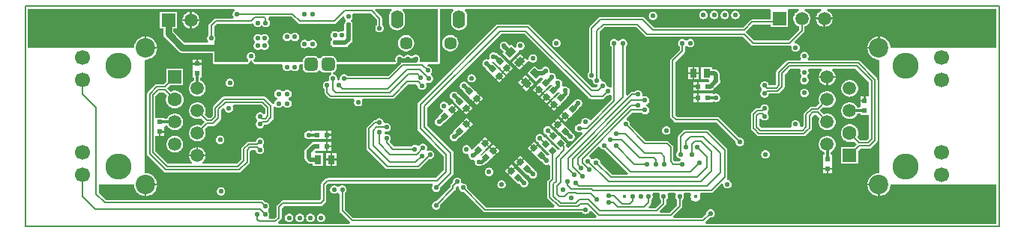
<source format=gbr>
G04 Layer_Physical_Order=4*
G04 Layer_Color=16711680*
%FSLAX44Y44*%
%MOMM*%
G71*
G01*
G75*
%ADD11R,0.6000X0.6000*%
%ADD12R,0.6000X0.6000*%
%ADD14P,0.8485X4X270.0*%
%ADD18P,0.8485X4X360.0*%
%ADD24R,0.8000X1.0000*%
%ADD31C,0.3000*%
%ADD34C,0.1500*%
%ADD35C,0.2000*%
%ADD36C,0.5500*%
%ADD37C,0.4000*%
%ADD61C,1.4500*%
%ADD62O,1.4000X2.1000*%
%ADD63R,1.5000X1.5000*%
%ADD64C,1.6000*%
%ADD65C,1.7000*%
%ADD66C,2.2000*%
%ADD67C,2.9500*%
%ADD68C,1.5000*%
%ADD69C,2.9500*%
%ADD70C,1.5000*%
%ADD71C,0.4000*%
%ADD72R,1.5000X1.5000*%
G04:AMPARAMS|DCode=73|XSize=1.5mm|YSize=1.5mm|CornerRadius=0.375mm|HoleSize=0mm|Usage=FLASHONLY|Rotation=0.000|XOffset=0mm|YOffset=0mm|HoleType=Round|Shape=RoundedRectangle|*
%AMROUNDEDRECTD73*
21,1,1.5000,0.7500,0,0,0.0*
21,1,0.7500,1.5000,0,0,0.0*
1,1,0.7500,0.3750,-0.3750*
1,1,0.7500,-0.3750,-0.3750*
1,1,0.7500,-0.3750,0.3750*
1,1,0.7500,0.3750,0.3750*
%
%ADD73ROUNDEDRECTD73*%
%ADD75C,0.5500*%
G04:AMPARAMS|DCode=81|XSize=1mm|YSize=0.8mm|CornerRadius=0mm|HoleSize=0mm|Usage=FLASHONLY|Rotation=45.000|XOffset=0mm|YOffset=0mm|HoleType=Round|Shape=Rectangle|*
%AMROTATEDRECTD81*
4,1,4,-0.0707,-0.6364,-0.6364,-0.0707,0.0707,0.6364,0.6364,0.0707,-0.0707,-0.6364,0.0*
%
%ADD81ROTATEDRECTD81*%

G04:AMPARAMS|DCode=82|XSize=1mm|YSize=0.8mm|CornerRadius=0mm|HoleSize=0mm|Usage=FLASHONLY|Rotation=315.000|XOffset=0mm|YOffset=0mm|HoleType=Round|Shape=Rectangle|*
%AMROTATEDRECTD82*
4,1,4,-0.6364,0.0707,-0.0707,0.6364,0.6364,-0.0707,0.0707,-0.6364,-0.6364,0.0707,0.0*
%
%ADD82ROTATEDRECTD82*%

%ADD83C,0.7500*%
%ADD84C,0.5000*%
%ADD85P,4.2426X4X270.0*%
G36*
X874055Y245063D02*
X872674Y244491D01*
X871399Y243709D01*
X870262Y242738D01*
X869291Y241601D01*
X868509Y240326D01*
X867937Y238945D01*
X867588Y237491D01*
X867471Y236000D01*
X867588Y234509D01*
X867937Y233055D01*
X868509Y231674D01*
X869291Y230399D01*
X870262Y229262D01*
X871399Y228291D01*
X872674Y227509D01*
X874055Y226937D01*
X874226Y226896D01*
Y223149D01*
X861851Y210774D01*
X823149D01*
X814778Y219144D01*
X814194Y220500D01*
X814778Y221856D01*
X822149Y229226D01*
X842100D01*
Y226500D01*
X861100D01*
Y245500D01*
X862449Y246941D01*
X873497D01*
X874055Y245063D01*
D02*
G37*
G36*
X649172Y90295D02*
X649231Y90201D01*
X649623Y89468D01*
X650216Y88744D01*
X650939Y88151D01*
X651765Y87710D01*
X652660Y87438D01*
X653591Y87347D01*
X654041Y87391D01*
X680658Y60774D01*
X679829Y58774D01*
X662575D01*
X649449Y71900D01*
X649525Y72674D01*
X649434Y73605D01*
X649162Y74501D01*
X648721Y75326D01*
X648127Y76049D01*
X647404Y76643D01*
X646579Y77084D01*
X645683Y77355D01*
X644752Y77447D01*
X643821Y77355D01*
X642926Y77084D01*
X642101Y76643D01*
X641891Y76471D01*
X641634Y76396D01*
X639941Y76586D01*
X639623Y76705D01*
X639443Y76845D01*
X638935Y77463D01*
X638212Y78057D01*
X637479Y78449D01*
X637384Y78507D01*
X636866Y80661D01*
X636866Y80664D01*
X647015Y90813D01*
X647019Y90814D01*
X649172Y90295D01*
D02*
G37*
G36*
X716300Y37541D02*
X716804Y36226D01*
X716590Y35826D01*
X716319Y34931D01*
X716227Y34000D01*
X716319Y33069D01*
X716590Y32174D01*
X717031Y31348D01*
X717625Y30625D01*
X718226Y30132D01*
Y27149D01*
X711851Y20774D01*
X704309D01*
X703544Y22622D01*
X705961Y25039D01*
X706402Y25613D01*
X706679Y26282D01*
X706774Y27000D01*
Y30132D01*
X707375Y30625D01*
X707969Y31348D01*
X708410Y32174D01*
X708681Y33069D01*
X708773Y34000D01*
X708681Y34931D01*
X708410Y35826D01*
X708196Y36226D01*
X708700Y37541D01*
X709264Y38226D01*
X715736D01*
X716300Y37541D01*
D02*
G37*
G36*
X842100Y245500D02*
Y234774D01*
X821000D01*
X820282Y234679D01*
X819613Y234402D01*
X819039Y233961D01*
X810851Y225774D01*
X710149D01*
X698961Y236961D01*
X698387Y237402D01*
X697718Y237679D01*
X697000Y237774D01*
X650000D01*
X649282Y237679D01*
X648613Y237402D01*
X648039Y236961D01*
X648039Y236961D01*
X637841Y226764D01*
X637401Y226189D01*
X637123Y225520D01*
X637029Y224802D01*
Y175537D01*
X636428Y175044D01*
X635834Y174321D01*
X635393Y173496D01*
X635121Y172600D01*
X635030Y171669D01*
X635121Y170738D01*
X635393Y169842D01*
X635834Y169017D01*
X636428Y168294D01*
X637151Y167701D01*
X637976Y167259D01*
X638871Y166988D01*
X639239Y166952D01*
X639867Y166832D01*
X640975Y165723D01*
X641096Y165096D01*
X641132Y164727D01*
X641403Y163832D01*
X641844Y163007D01*
X642438Y162284D01*
X643161Y161690D01*
X643986Y161249D01*
X644882Y160977D01*
X645250Y160941D01*
X645878Y160821D01*
X646057Y160641D01*
X646097Y159473D01*
X644428Y157724D01*
X640349D01*
X569817Y228256D01*
X569191Y228737D01*
X568461Y229039D01*
X567678Y229142D01*
X533736D01*
X532953Y229039D01*
X532224Y228737D01*
X531597Y228256D01*
X443916Y140575D01*
X443435Y139948D01*
X443133Y139218D01*
X443029Y138435D01*
Y110858D01*
X443133Y110075D01*
X443435Y109345D01*
X443916Y108718D01*
X472374Y80260D01*
Y63674D01*
X463726Y55026D01*
X341250D01*
X340467Y54923D01*
X339737Y54620D01*
X339110Y54140D01*
X334860Y49890D01*
X334380Y49263D01*
X334077Y48533D01*
X333974Y47750D01*
Y31003D01*
X332497Y29526D01*
X290750D01*
X289967Y29423D01*
X289237Y29121D01*
X288610Y28640D01*
X284360Y24390D01*
X283880Y23763D01*
X283577Y23033D01*
X283474Y22250D01*
Y11253D01*
X281247Y9026D01*
X275579D01*
X275121Y9635D01*
X274704Y11026D01*
X274969Y11348D01*
X275410Y12174D01*
X275681Y13069D01*
X275773Y14000D01*
X275681Y14931D01*
X275410Y15826D01*
X274969Y16652D01*
X274503Y17219D01*
X274375Y17492D01*
Y19508D01*
X274503Y19781D01*
X274969Y20348D01*
X275410Y21174D01*
X275681Y22069D01*
X275773Y23000D01*
X275681Y23931D01*
X275410Y24827D01*
X274969Y25652D01*
X274375Y26375D01*
X273652Y26969D01*
X272826Y27410D01*
X271931Y27681D01*
X271000Y27773D01*
X270550Y27729D01*
X269140Y29140D01*
X268513Y29620D01*
X267783Y29923D01*
X267000Y30026D01*
X91253D01*
X83026Y38253D01*
Y47500D01*
X122875D01*
X122984Y45849D01*
X123316Y44178D01*
X123864Y42564D01*
X124618Y41036D01*
X125564Y39619D01*
X126688Y38338D01*
X127969Y37214D01*
X129386Y36267D01*
X130914Y35514D01*
X132528Y34966D01*
X134199Y34634D01*
X134900Y34588D01*
Y47550D01*
X135900D01*
Y48550D01*
X148862D01*
X148816Y49250D01*
X148484Y50922D01*
X147936Y52536D01*
X147183Y54064D01*
X146236Y55481D01*
X145112Y56762D01*
X143831Y57886D01*
X142414Y58833D01*
X140886Y59586D01*
X139272Y60134D01*
X137600Y60466D01*
X135900Y60578D01*
X135000Y61421D01*
Y188579D01*
X135900Y189422D01*
X137600Y189534D01*
X139272Y189866D01*
X140886Y190414D01*
X142414Y191168D01*
X143831Y192114D01*
X145112Y193238D01*
X146236Y194519D01*
X147183Y195936D01*
X147936Y197465D01*
X148484Y199078D01*
X148816Y200749D01*
X148862Y201450D01*
X135900D01*
Y202450D01*
X134900D01*
Y215412D01*
X134199Y215366D01*
X132528Y215034D01*
X130914Y214486D01*
X129386Y213732D01*
X127969Y212786D01*
X126688Y211662D01*
X125564Y210381D01*
X124618Y208964D01*
X123864Y207436D01*
X123316Y205822D01*
X122984Y204151D01*
X122875Y202500D01*
X3059D01*
Y246941D01*
X235796D01*
X236325Y245053D01*
X236315Y244941D01*
X235625Y244375D01*
X235031Y243652D01*
X234590Y242826D01*
X234319Y241931D01*
X234227Y241000D01*
X234319Y240069D01*
X234590Y239174D01*
X235031Y238348D01*
X235296Y238026D01*
X234879Y236635D01*
X234421Y236026D01*
X215000D01*
X214217Y235923D01*
X213487Y235620D01*
X212860Y235140D01*
X207860Y230140D01*
X207379Y229513D01*
X207077Y228783D01*
X206974Y228000D01*
Y217411D01*
X206625Y217125D01*
X206031Y216402D01*
X205590Y215576D01*
X205319Y214681D01*
X205227Y213750D01*
X205319Y212819D01*
X205590Y211924D01*
X206031Y211098D01*
X206500Y210528D01*
X206394Y209901D01*
X205723Y208528D01*
X179893D01*
X167378Y221043D01*
Y224500D01*
X171100D01*
Y243500D01*
X152100D01*
Y224500D01*
X155822D01*
Y218650D01*
X155933Y217523D01*
X156262Y216439D01*
X156796Y215440D01*
X157514Y214564D01*
X173414Y198664D01*
X174290Y197946D01*
X175289Y197412D01*
X176373Y197083D01*
X177500Y196972D01*
X211733D01*
Y186250D01*
X211801Y185728D01*
X212003Y185241D01*
X212324Y184824D01*
X212741Y184503D01*
X213228Y184301D01*
X213750Y184233D01*
X250817D01*
X250850Y184237D01*
X250883Y184234D01*
X251110Y184271D01*
X251339Y184301D01*
X251369Y184314D01*
X251402Y184320D01*
X251612Y184415D01*
X251825Y184503D01*
X251852Y184523D01*
X251882Y184537D01*
X252060Y184683D01*
X252243Y184824D01*
X252263Y184850D01*
X252289Y184871D01*
X252423Y185058D01*
X252564Y185241D01*
X252576Y185272D01*
X252596Y185299D01*
X252717Y185526D01*
X253058Y185942D01*
X253157Y186023D01*
X253189Y186057D01*
X253227Y186083D01*
X253369Y186249D01*
X253517Y186407D01*
X253539Y186448D01*
X253569Y186484D01*
X253663Y186680D01*
X253766Y186872D01*
X253776Y186917D01*
X253796Y186959D01*
X253924Y187353D01*
X253934Y187405D01*
X253954Y187454D01*
X253982Y187668D01*
X254020Y187871D01*
X254030Y187874D01*
X255000Y187925D01*
X255970Y187874D01*
X255980Y187871D01*
X256018Y187668D01*
X256046Y187454D01*
X256066Y187405D01*
X256076Y187353D01*
X256204Y186959D01*
X256224Y186917D01*
X256234Y186872D01*
X256337Y186680D01*
X256431Y186484D01*
X256461Y186448D01*
X256483Y186407D01*
X256631Y186249D01*
X256773Y186083D01*
X256811Y186057D01*
X256843Y186023D01*
X256942Y185942D01*
X257283Y185526D01*
X257404Y185299D01*
X257424Y185272D01*
X257436Y185241D01*
X257577Y185058D01*
X257711Y184871D01*
X257737Y184850D01*
X257757Y184824D01*
X257940Y184683D01*
X258118Y184537D01*
X258148Y184523D01*
X258175Y184503D01*
X258388Y184415D01*
X258598Y184320D01*
X258631Y184314D01*
X258661Y184301D01*
X258890Y184271D01*
X259117Y184234D01*
X259150Y184237D01*
X259183Y184233D01*
X289574D01*
X290123Y183724D01*
X290910Y182233D01*
X290819Y181931D01*
X290727Y181000D01*
X290819Y180069D01*
X291090Y179174D01*
X291531Y178348D01*
X292125Y177625D01*
X292848Y177031D01*
X293673Y176590D01*
X294569Y176319D01*
X295500Y176227D01*
X296431Y176319D01*
X297327Y176590D01*
X298152Y177031D01*
X298719Y177497D01*
X298992Y177625D01*
X301008D01*
X301281Y177497D01*
X301848Y177031D01*
X302673Y176590D01*
X303569Y176319D01*
X304500Y176227D01*
X305431Y176319D01*
X306327Y176590D01*
X307152Y177031D01*
X307875Y177625D01*
X308469Y178348D01*
X308910Y179174D01*
X309181Y180069D01*
X309273Y181000D01*
X309181Y181931D01*
X309090Y182233D01*
X309877Y183724D01*
X310426Y184233D01*
X313472D01*
Y180250D01*
X313583Y179123D01*
X313912Y178039D01*
X314446Y177040D01*
X315165Y176164D01*
X316040Y175446D01*
X317039Y174912D01*
X318123Y174583D01*
X319250Y174472D01*
X326750D01*
X327877Y174583D01*
X328961Y174912D01*
X329960Y175446D01*
X330835Y176164D01*
X331326Y176763D01*
X332500Y176916D01*
X333674Y176763D01*
X334165Y176164D01*
X335040Y175446D01*
X336039Y174912D01*
X337123Y174583D01*
X338250Y174472D01*
X345750D01*
X345929Y172487D01*
X345673Y172410D01*
X344848Y171969D01*
X344125Y171375D01*
X343531Y170652D01*
X343090Y169827D01*
X342819Y168931D01*
X342727Y168000D01*
X342819Y167069D01*
X343008Y166445D01*
X342441Y165517D01*
X341603Y164714D01*
X341000Y164773D01*
X340069Y164681D01*
X339174Y164410D01*
X338348Y163969D01*
X337625Y163375D01*
X337031Y162652D01*
X336590Y161826D01*
X336319Y160931D01*
X336227Y160000D01*
X336319Y159069D01*
X336590Y158174D01*
X337031Y157348D01*
X337625Y156625D01*
X338226Y156132D01*
Y152000D01*
X338321Y151282D01*
X338598Y150613D01*
X339039Y150039D01*
X343039Y146039D01*
X343613Y145598D01*
X344282Y145321D01*
X345000Y145226D01*
X370736D01*
X371300Y144541D01*
X371804Y143226D01*
X371590Y142826D01*
X371319Y141931D01*
X371227Y141000D01*
X371319Y140069D01*
X371590Y139173D01*
X372031Y138348D01*
X372625Y137625D01*
X373348Y137031D01*
X374174Y136590D01*
X375069Y136319D01*
X376000Y136227D01*
X376931Y136319D01*
X377826Y136590D01*
X378652Y137031D01*
X379375Y137625D01*
X379969Y138348D01*
X380410Y139173D01*
X380681Y140069D01*
X380773Y141000D01*
X380681Y141931D01*
X380410Y142826D01*
X380196Y143226D01*
X380700Y144541D01*
X381264Y145226D01*
X415000D01*
X415718Y145321D01*
X416387Y145598D01*
X416961Y146039D01*
X432393Y161471D01*
X441760D01*
X443343Y159881D01*
X443435Y158949D01*
X443706Y158054D01*
X444147Y157229D01*
X444741Y156505D01*
X445464Y155912D01*
X446289Y155471D01*
X447185Y155199D01*
X448116Y155107D01*
X449047Y155199D01*
X449943Y155471D01*
X450768Y155912D01*
X451491Y156505D01*
X452085Y157229D01*
X452526Y158054D01*
X452797Y158949D01*
X452889Y159881D01*
X452797Y160812D01*
X452526Y161707D01*
X452452Y161845D01*
X453930Y163323D01*
X454068Y163249D01*
X454963Y162977D01*
X455894Y162886D01*
X456825Y162977D01*
X457721Y163249D01*
X458546Y163690D01*
X459269Y164284D01*
X459863Y165007D01*
X460304Y165832D01*
X460575Y166728D01*
X460667Y167659D01*
X460575Y168590D01*
X460304Y169485D01*
X459863Y170310D01*
X459269Y171034D01*
X458650Y171542D01*
X458510Y171722D01*
X458391Y172040D01*
X458202Y173733D01*
X458276Y173990D01*
X458448Y174199D01*
X458890Y175025D01*
X459161Y175920D01*
X459253Y176851D01*
X459161Y177782D01*
X458890Y178678D01*
X458448Y179503D01*
X457855Y180226D01*
X457132Y180820D01*
X456306Y181261D01*
X455411Y181532D01*
X454699Y181602D01*
X454192Y182064D01*
X454081Y182233D01*
X455162Y184233D01*
X466250D01*
X466772Y184301D01*
X467259Y184503D01*
X467676Y184824D01*
X467997Y185241D01*
X468199Y185728D01*
X468267Y186250D01*
Y246941D01*
X482946D01*
X483684Y244941D01*
X483616Y244884D01*
X482696Y243806D01*
X481956Y242599D01*
X481414Y241290D01*
X481083Y239912D01*
X480972Y238500D01*
Y231500D01*
X481083Y230088D01*
X481414Y228710D01*
X481956Y227402D01*
X482696Y226194D01*
X483616Y225116D01*
X484694Y224196D01*
X485901Y223456D01*
X487210Y222914D01*
X488588Y222583D01*
X490000Y222472D01*
X491412Y222583D01*
X492790Y222914D01*
X494099Y223456D01*
X495306Y224196D01*
X496384Y225116D01*
X497304Y226194D01*
X498044Y227402D01*
X498586Y228710D01*
X498917Y230088D01*
X499028Y231500D01*
Y238500D01*
X498917Y239912D01*
X498586Y241290D01*
X498044Y242599D01*
X497304Y243806D01*
X496384Y244884D01*
X496316Y244941D01*
X497054Y246941D01*
X840751D01*
X842100Y245500D01*
D02*
G37*
G36*
X466250Y186250D02*
X446008D01*
X445660Y186617D01*
X445183Y187750D01*
X445410Y188174D01*
X445681Y189069D01*
X445773Y190000D01*
X445681Y190931D01*
X445410Y191826D01*
X444969Y192652D01*
X444375Y193375D01*
X443652Y193969D01*
X442826Y194410D01*
X441931Y194681D01*
X441000Y194773D01*
X440069Y194681D01*
X439174Y194410D01*
X438348Y193969D01*
X437625Y193375D01*
X437418Y193123D01*
X437024Y192994D01*
X435976D01*
X435582Y193123D01*
X435375Y193375D01*
X434652Y193969D01*
X433826Y194410D01*
X432931Y194681D01*
X432000Y194773D01*
X431069Y194681D01*
X430173Y194410D01*
X429348Y193969D01*
X428625Y193375D01*
X428115Y192754D01*
X427444Y192652D01*
X427056D01*
X426385Y192754D01*
X425875Y193375D01*
X425152Y193969D01*
X424327Y194410D01*
X423431Y194681D01*
X422500Y194773D01*
X421569Y194681D01*
X420673Y194410D01*
X419848Y193969D01*
X419125Y193375D01*
X418531Y192652D01*
X418090Y191826D01*
X417819Y190931D01*
X417727Y190000D01*
X417819Y189069D01*
X418090Y188174D01*
X418317Y187750D01*
X417840Y186617D01*
X417492Y186250D01*
X351528D01*
Y187750D01*
X351417Y188877D01*
X351088Y189961D01*
X350554Y190960D01*
X349836Y191835D01*
X348960Y192554D01*
X347961Y193088D01*
X346877Y193417D01*
X345750Y193528D01*
X338250D01*
X337123Y193417D01*
X336039Y193088D01*
X335040Y192554D01*
X334165Y191835D01*
X333446Y190960D01*
X333350Y190781D01*
X331650D01*
X331554Y190960D01*
X330835Y191835D01*
X329960Y192554D01*
X328961Y193088D01*
X327877Y193417D01*
X326750Y193528D01*
X319250D01*
X318123Y193417D01*
X317039Y193088D01*
X316040Y192554D01*
X315165Y191835D01*
X314446Y190960D01*
X313912Y189961D01*
X313583Y188877D01*
X313472Y187750D01*
Y186250D01*
X259183D01*
X258969Y186652D01*
X258375Y187375D01*
X258123Y187582D01*
X257994Y187976D01*
Y189024D01*
X258123Y189418D01*
X258375Y189625D01*
X258969Y190348D01*
X259410Y191173D01*
X259681Y192069D01*
X259773Y193000D01*
X259681Y193931D01*
X259410Y194827D01*
X258969Y195652D01*
X258375Y196375D01*
X257652Y196969D01*
X256826Y197410D01*
X255931Y197681D01*
X255000Y197773D01*
X254069Y197681D01*
X253174Y197410D01*
X252348Y196969D01*
X251625Y196375D01*
X251031Y195652D01*
X250590Y194827D01*
X250319Y193931D01*
X250227Y193000D01*
X250319Y192069D01*
X250590Y191173D01*
X251031Y190348D01*
X251625Y189625D01*
X251877Y189418D01*
X252006Y189024D01*
Y187976D01*
X251877Y187582D01*
X251625Y187375D01*
X251031Y186652D01*
X250817Y186250D01*
X213750D01*
Y210832D01*
X213969Y211098D01*
X214410Y211924D01*
X214681Y212819D01*
X214773Y213750D01*
X214681Y214681D01*
X214410Y215576D01*
X213969Y216402D01*
X213750Y216668D01*
Y227471D01*
X216253Y229974D01*
X255000D01*
X255783Y230077D01*
X256290Y230287D01*
X256827Y230210D01*
X257961Y229600D01*
X258090Y229174D01*
X258531Y228348D01*
X259125Y227625D01*
X259848Y227031D01*
X260674Y226590D01*
X261569Y226319D01*
X262500Y226227D01*
X263431Y226319D01*
X264326Y226590D01*
X265152Y227031D01*
X265875Y227625D01*
X266082Y227878D01*
X266476Y228006D01*
X267524D01*
X267918Y227878D01*
X268125Y227625D01*
X268848Y227031D01*
X269674Y226590D01*
X270569Y226319D01*
X271500Y226227D01*
X272431Y226319D01*
X273327Y226590D01*
X274152Y227031D01*
X274875Y227625D01*
X275469Y228348D01*
X275910Y229174D01*
X276181Y230069D01*
X276273Y231000D01*
X276181Y231931D01*
X275910Y232826D01*
X275469Y233652D01*
X274875Y234375D01*
X274526Y234662D01*
Y235500D01*
X274423Y236283D01*
X274344Y236474D01*
X275002Y237748D01*
X275274Y237974D01*
X300747D01*
X307860Y230860D01*
X308487Y230380D01*
X309217Y230077D01*
X310000Y229974D01*
X349000D01*
X349783Y230077D01*
X350513Y230380D01*
X351140Y230860D01*
X358768Y238489D01*
X359827Y238134D01*
X360243Y237842D01*
X360319Y237069D01*
X360590Y236173D01*
X361031Y235348D01*
X361625Y234625D01*
X361878Y234418D01*
X362006Y234024D01*
Y232976D01*
X361878Y232582D01*
X361625Y232375D01*
X361031Y231652D01*
X360590Y230826D01*
X360319Y229931D01*
X360227Y229000D01*
Y222629D01*
X360013Y222339D01*
X358727Y221591D01*
X358431Y221681D01*
X357500Y221773D01*
X356569Y221681D01*
X355673Y221410D01*
X354848Y220969D01*
X354125Y220375D01*
X352875D01*
X352152Y220969D01*
X351327Y221410D01*
X350431Y221681D01*
X349500Y221773D01*
X348569Y221681D01*
X347673Y221410D01*
X346848Y220969D01*
X346125Y220375D01*
X345531Y219652D01*
X345090Y218827D01*
X344819Y217931D01*
X344727Y217000D01*
X344819Y216069D01*
X345090Y215173D01*
X345531Y214348D01*
X346125Y213625D01*
X346193Y213569D01*
X346283Y213384D01*
Y211866D01*
X346193Y211681D01*
X346125Y211625D01*
X345531Y210902D01*
X345090Y210077D01*
X344819Y209181D01*
X344727Y208250D01*
X344819Y207319D01*
X345090Y206423D01*
X345531Y205598D01*
X346125Y204875D01*
X346848Y204281D01*
X347673Y203840D01*
X348569Y203569D01*
X349500Y203477D01*
X361250D01*
X362181Y203569D01*
X363077Y203840D01*
X363902Y204281D01*
X364625Y204875D01*
X368375Y208625D01*
X368969Y209348D01*
X369410Y210173D01*
X369681Y211069D01*
X369773Y212000D01*
Y229000D01*
X369681Y229931D01*
X369410Y230826D01*
X368969Y231652D01*
X368375Y232375D01*
X368122Y232582D01*
X367994Y232976D01*
Y234024D01*
X368122Y234418D01*
X368375Y234625D01*
X368969Y235348D01*
X369410Y236173D01*
X369681Y237069D01*
X369773Y238000D01*
X369681Y238931D01*
X369410Y239827D01*
X369063Y240474D01*
X369268Y241114D01*
X369824Y241974D01*
X389747D01*
X396974Y234747D01*
Y228661D01*
X396625Y228375D01*
X396031Y227652D01*
X395590Y226826D01*
X395319Y225931D01*
X395227Y225000D01*
X395319Y224069D01*
X395590Y223174D01*
X396031Y222348D01*
X396625Y221625D01*
X397348Y221031D01*
X398173Y220590D01*
X399069Y220319D01*
X400000Y220227D01*
X400931Y220319D01*
X401827Y220590D01*
X402652Y221031D01*
X403375Y221625D01*
X403969Y222348D01*
X404410Y223174D01*
X404681Y224069D01*
X404773Y225000D01*
X404681Y225931D01*
X404410Y226826D01*
X403969Y227652D01*
X403375Y228375D01*
X403026Y228661D01*
Y236000D01*
X402923Y236783D01*
X402621Y237513D01*
X402140Y238140D01*
X394724Y245555D01*
X395298Y246941D01*
X413716D01*
X414269Y245441D01*
X413616Y244884D01*
X412696Y243806D01*
X411956Y242599D01*
X411414Y241290D01*
X411083Y239912D01*
X410972Y238500D01*
Y231500D01*
X411083Y230088D01*
X411414Y228710D01*
X411956Y227402D01*
X412696Y226194D01*
X413616Y225116D01*
X414694Y224196D01*
X415901Y223456D01*
X417210Y222914D01*
X418588Y222583D01*
X420000Y222472D01*
X421412Y222583D01*
X422790Y222914D01*
X424099Y223456D01*
X425306Y224196D01*
X426384Y225116D01*
X427304Y226194D01*
X428044Y227402D01*
X428586Y228710D01*
X428917Y230088D01*
X429028Y231500D01*
Y238500D01*
X428917Y239912D01*
X428586Y241290D01*
X428044Y242599D01*
X427304Y243806D01*
X426384Y244884D01*
X425731Y245441D01*
X426284Y246941D01*
X466250D01*
Y186250D01*
D02*
G37*
G36*
X636956Y145488D02*
X637583Y145007D01*
X638312Y144705D01*
X639095Y144601D01*
X651823D01*
X652607Y144705D01*
X653336Y145007D01*
X653963Y145488D01*
X657384Y148909D01*
X657834Y148865D01*
X658765Y148957D01*
X659660Y149228D01*
X660232Y149534D01*
X661132Y149242D01*
X662233Y148516D01*
Y143931D01*
X639122Y120821D01*
X638703Y120745D01*
X636721Y121248D01*
X636700Y121288D01*
X636106Y122011D01*
X635383Y122605D01*
X634558Y123046D01*
X633663Y123317D01*
X632732Y123409D01*
X631800Y123317D01*
X630905Y123046D01*
X630080Y122605D01*
X629356Y122011D01*
X628763Y121288D01*
X628322Y120463D01*
X628050Y119567D01*
X627958Y118636D01*
X628031Y117900D01*
X627410Y117064D01*
X627232Y116887D01*
X626397Y116265D01*
X625660Y116338D01*
X624729Y116246D01*
X623834Y115975D01*
X623009Y115534D01*
X622285Y114940D01*
X621692Y114217D01*
X621251Y113392D01*
X620979Y112496D01*
X620887Y111565D01*
X620979Y110634D01*
X621251Y109738D01*
X621692Y108913D01*
X622285Y108190D01*
X623009Y107596D01*
X623834Y107155D01*
X624729Y106884D01*
X625660Y106792D01*
X626592Y106884D01*
X627487Y107155D01*
X628147Y107508D01*
X628425Y107567D01*
X628641Y107511D01*
X629248Y105289D01*
X612958Y88999D01*
X611110Y89765D01*
Y90705D01*
X611110Y90705D01*
X611016Y91423D01*
X610738Y92092D01*
X610298Y92667D01*
X611190Y94341D01*
X611460Y94611D01*
X605096Y100975D01*
X604389Y101682D01*
X602975Y103096D01*
X596611Y109460D01*
X596611D01*
X594869Y110083D01*
X594566Y110243D01*
X594361Y110917D01*
X593920Y111742D01*
X593326Y112465D01*
X592603Y113059D01*
X591778Y113500D01*
X590883Y113771D01*
X589952Y113863D01*
X589020Y113771D01*
X588125Y113500D01*
X587300Y113059D01*
X586576Y112465D01*
X585983Y111742D01*
X585542Y110917D01*
X585270Y110021D01*
X585179Y109090D01*
X585270Y108159D01*
X585542Y107264D01*
X585983Y106438D01*
X586576Y105715D01*
X587300Y105121D01*
X588125Y104681D01*
X588798Y104476D01*
X588967Y104157D01*
X589540Y102389D01*
Y102389D01*
X589540Y102389D01*
X595904Y96025D01*
X596611Y95318D01*
X598025Y93904D01*
X603525Y88404D01*
X603190Y87285D01*
X601456Y86866D01*
X596096Y92225D01*
X595389Y92932D01*
X593975Y94346D01*
X587611Y100710D01*
X587611D01*
X585928Y101476D01*
X585668Y101596D01*
X585522Y102078D01*
X585081Y102903D01*
X584488Y103626D01*
X583764Y104220D01*
X582939Y104661D01*
X582044Y104932D01*
X581113Y105024D01*
X580182Y104932D01*
X579286Y104661D01*
X578461Y104220D01*
X577738Y103626D01*
X577144Y102903D01*
X576703Y102078D01*
X576431Y101182D01*
X576340Y100251D01*
X576431Y99320D01*
X576703Y98425D01*
X577144Y97600D01*
X577738Y96876D01*
X578461Y96283D01*
X579286Y95842D01*
X579768Y95695D01*
X579904Y95401D01*
X580540Y93639D01*
Y93639D01*
X580540Y93639D01*
X586904Y87275D01*
X587611Y86568D01*
X591888Y82291D01*
X591858Y81677D01*
X590360Y80628D01*
X589616Y80826D01*
X589460Y81111D01*
Y81111D01*
X583096Y87475D01*
X582389Y88182D01*
X580975Y89596D01*
X578854Y91718D01*
X575318Y88182D01*
X571782Y84646D01*
X573904Y82525D01*
X574611Y81818D01*
X576025Y80404D01*
X582389Y74040D01*
X582414Y74065D01*
X584403Y73226D01*
X584481Y72969D01*
X584922Y72144D01*
X585516Y71420D01*
X586239Y70827D01*
X587064Y70386D01*
X587960Y70114D01*
X588891Y70022D01*
X589822Y70114D01*
X590615Y70355D01*
X590727Y70380D01*
X592615Y69222D01*
X592615Y69221D01*
Y54865D01*
X590112Y52362D01*
X589671Y51787D01*
X589394Y51118D01*
X589299Y50400D01*
Y33430D01*
X589394Y32712D01*
X589671Y32043D01*
X590112Y31468D01*
X597958Y23621D01*
X597193Y21774D01*
X520677D01*
X499189Y43262D01*
X499265Y44036D01*
X499173Y44967D01*
X498902Y45863D01*
X498461Y46688D01*
X497867Y47411D01*
X497144Y48005D01*
X496319Y48446D01*
X495423Y48717D01*
X494492Y48809D01*
X494231Y48783D01*
X493573Y49169D01*
X492907Y49835D01*
X492522Y50492D01*
X492548Y50754D01*
X492456Y51685D01*
X492184Y52580D01*
X491743Y53405D01*
X491150Y54129D01*
X490426Y54722D01*
X489601Y55163D01*
X488706Y55435D01*
X487775Y55527D01*
X486843Y55435D01*
X485948Y55163D01*
X485123Y54722D01*
X484400Y54129D01*
X483806Y53405D01*
X483365Y52580D01*
X483093Y51685D01*
X483002Y50754D01*
X483046Y50304D01*
X481039Y48297D01*
X480558Y47670D01*
X480256Y46941D01*
X480153Y46158D01*
Y44432D01*
X464450Y28729D01*
X464000Y28773D01*
X463069Y28681D01*
X462174Y28410D01*
X461348Y27969D01*
X460625Y27375D01*
X460031Y26652D01*
X459590Y25826D01*
X459319Y24931D01*
X459227Y24000D01*
X459319Y23069D01*
X459590Y22174D01*
X460031Y21348D01*
X460625Y20625D01*
X461348Y20031D01*
X462174Y19590D01*
X463069Y19319D01*
X464000Y19227D01*
X464931Y19319D01*
X465827Y19590D01*
X466652Y20031D01*
X467375Y20625D01*
X467969Y21348D01*
X468410Y22174D01*
X468681Y23069D01*
X468773Y24000D01*
X468729Y24450D01*
X485318Y41039D01*
X485799Y41665D01*
X486101Y42395D01*
X486204Y43178D01*
Y44529D01*
X487758Y45982D01*
X487775Y45981D01*
X488036Y46007D01*
X488694Y45622D01*
X489360Y44955D01*
X489745Y44298D01*
X489719Y44036D01*
X489811Y43105D01*
X490083Y42210D01*
X490523Y41385D01*
X491117Y40661D01*
X491840Y40068D01*
X492666Y39627D01*
X493561Y39355D01*
X494492Y39263D01*
X495266Y39340D01*
X517567Y17039D01*
X517567Y17039D01*
X518142Y16598D01*
X518811Y16321D01*
X519528Y16226D01*
X629132D01*
X629625Y15625D01*
X630348Y15031D01*
X631174Y14590D01*
X632069Y14319D01*
X633000Y14227D01*
X633931Y14319D01*
X634827Y14590D01*
X635652Y15031D01*
X636375Y15625D01*
X636969Y16348D01*
X637293Y16956D01*
X638095Y17271D01*
X639594Y17484D01*
X645051Y12026D01*
X644223Y10026D01*
X370253D01*
X361026Y19253D01*
Y38338D01*
X361375Y38625D01*
X361969Y39348D01*
X362410Y40174D01*
X362681Y41069D01*
X362773Y42000D01*
X362681Y42931D01*
X362410Y43826D01*
X361969Y44652D01*
X361375Y45375D01*
X360652Y45969D01*
X359827Y46410D01*
X358931Y46681D01*
X358000Y46773D01*
X357069Y46681D01*
X356174Y46410D01*
X355348Y45969D01*
X354781Y45503D01*
X354508Y45375D01*
X352492D01*
X352219Y45503D01*
X351652Y45969D01*
X350826Y46410D01*
X349931Y46681D01*
X349000Y46773D01*
X348069Y46681D01*
X347173Y46410D01*
X346348Y45969D01*
X345625Y45375D01*
X345031Y44652D01*
X344590Y43826D01*
X344319Y42931D01*
X344227Y42000D01*
X344319Y41069D01*
X344590Y40174D01*
X345031Y39348D01*
X345625Y38625D01*
X346348Y38031D01*
X347173Y37590D01*
X348069Y37319D01*
X349000Y37227D01*
X349931Y37319D01*
X350826Y37590D01*
X351652Y38031D01*
X352219Y38497D01*
X352492Y38625D01*
X353093D01*
X354974Y36818D01*
Y18000D01*
X355077Y17217D01*
X355379Y16487D01*
X355860Y15860D01*
X366662Y5059D01*
X366551Y4265D01*
X365923Y3059D01*
X286667D01*
X285838Y5059D01*
X288640Y7860D01*
X289121Y8487D01*
X289423Y9217D01*
X289526Y10000D01*
Y20997D01*
X292003Y23474D01*
X333750D01*
X334533Y23577D01*
X335263Y23879D01*
X335890Y24360D01*
X339140Y27610D01*
X339621Y28237D01*
X339923Y28967D01*
X340026Y29750D01*
Y46497D01*
X342503Y48974D01*
X459463D01*
X459883Y48448D01*
X460353Y46974D01*
X460118Y46688D01*
X459677Y45863D01*
X459405Y44967D01*
X459314Y44036D01*
X459405Y43105D01*
X459677Y42210D01*
X460118Y41385D01*
X460712Y40661D01*
X461435Y40068D01*
X462260Y39627D01*
X463155Y39355D01*
X464086Y39263D01*
X465018Y39355D01*
X465913Y39627D01*
X466738Y40068D01*
X467462Y40661D01*
X468055Y41385D01*
X468496Y42210D01*
X468768Y43105D01*
X468859Y44036D01*
X468815Y44486D01*
X482843Y58514D01*
X483324Y59140D01*
X483626Y59870D01*
X483729Y60653D01*
Y83281D01*
X483626Y84064D01*
X483324Y84794D01*
X482843Y85420D01*
X454031Y114233D01*
Y135060D01*
X537465Y218494D01*
X563949D01*
X636956Y145488D01*
D02*
G37*
G36*
X441536Y192693D02*
X442051Y192537D01*
X442525Y192283D01*
X442942Y191942D01*
X443283Y191526D01*
X443537Y191051D01*
X443693Y190536D01*
X443746Y190000D01*
X443693Y189464D01*
X443537Y188949D01*
X443404Y188701D01*
X443367Y188603D01*
X443315Y188511D01*
X443275Y188357D01*
X443219Y188208D01*
X443208Y188103D01*
X443182Y188002D01*
X443183Y187843D01*
X443167Y187684D01*
X443111Y187397D01*
X443073Y187302D01*
X442600Y186566D01*
X442360Y186277D01*
X441657Y185774D01*
X426000D01*
X425282Y185679D01*
X424613Y185402D01*
X424039Y184961D01*
X409851Y170774D01*
X363868D01*
X363375Y171375D01*
X362652Y171969D01*
X361827Y172410D01*
X360931Y172681D01*
X360000Y172773D01*
X359069Y172681D01*
X358173Y172410D01*
X357348Y171969D01*
X356625Y171375D01*
X356031Y170652D01*
X355590Y169827D01*
X355319Y168931D01*
X355227Y168000D01*
X355319Y167069D01*
X354024Y165432D01*
X353710Y165351D01*
X353525Y165399D01*
X352181Y167069D01*
X352273Y168000D01*
X352181Y168931D01*
X351910Y169827D01*
X351469Y170652D01*
X350875Y171375D01*
X350152Y171969D01*
X349327Y172410D01*
X348431Y172681D01*
X347500Y172773D01*
X347387Y174738D01*
X347961Y174912D01*
X348960Y175446D01*
X349836Y176164D01*
X350554Y177040D01*
X351088Y178039D01*
X351417Y179123D01*
X351528Y180250D01*
Y184233D01*
X417492D01*
X417520Y184236D01*
X417548Y184233D01*
X417781Y184271D01*
X418014Y184301D01*
X418040Y184312D01*
X418068Y184317D01*
X418283Y184413D01*
X418501Y184503D01*
X418523Y184520D01*
X418549Y184532D01*
X418732Y184680D01*
X418919Y184824D01*
X418936Y184846D01*
X418958Y184864D01*
X419305Y185231D01*
X419363Y185311D01*
X419433Y185380D01*
X419517Y185523D01*
X419614Y185658D01*
X419649Y185750D01*
X419699Y185835D01*
X420176Y186967D01*
X420204Y187069D01*
X420247Y187164D01*
X420273Y187321D01*
X420315Y187475D01*
X420316Y187580D01*
X420333Y187684D01*
X420317Y187843D01*
X420318Y188002D01*
X420292Y188103D01*
X420281Y188208D01*
X420225Y188357D01*
X420185Y188511D01*
X420133Y188603D01*
X420096Y188701D01*
X419963Y188949D01*
X419807Y189464D01*
X419754Y190000D01*
X419807Y190536D01*
X419963Y191051D01*
X420217Y191525D01*
X420558Y191942D01*
X420974Y192283D01*
X421449Y192537D01*
X421964Y192693D01*
X422500Y192746D01*
X423036Y192693D01*
X423551Y192537D01*
X424025Y192283D01*
X424442Y191942D01*
X424826Y191474D01*
X424980Y191330D01*
X425126Y191178D01*
X425171Y191150D01*
X425210Y191114D01*
X425396Y191014D01*
X425577Y190905D01*
X425628Y190891D01*
X425674Y190866D01*
X425880Y190818D01*
X426082Y190759D01*
X426754Y190657D01*
X426905Y190654D01*
X427056Y190634D01*
X427444D01*
X427595Y190654D01*
X427747Y190657D01*
X428418Y190759D01*
X428620Y190818D01*
X428826Y190866D01*
X428872Y190891D01*
X428923Y190905D01*
X429104Y191014D01*
X429290Y191114D01*
X429329Y191150D01*
X429374Y191178D01*
X429520Y191329D01*
X429674Y191474D01*
X430058Y191942D01*
X430474Y192283D01*
X430949Y192537D01*
X431464Y192693D01*
X432000Y192746D01*
X432536Y192693D01*
X433051Y192537D01*
X433526Y192283D01*
X433942Y191942D01*
X434023Y191843D01*
X434057Y191811D01*
X434083Y191773D01*
X434249Y191632D01*
X434407Y191483D01*
X434448Y191461D01*
X434484Y191431D01*
X434680Y191337D01*
X434872Y191234D01*
X434917Y191224D01*
X434959Y191204D01*
X435353Y191076D01*
X435405Y191066D01*
X435454Y191046D01*
X435663Y191019D01*
X435871Y190980D01*
X435924Y190984D01*
X435976Y190977D01*
X437024D01*
X437076Y190984D01*
X437129Y190980D01*
X437337Y191019D01*
X437546Y191046D01*
X437595Y191066D01*
X437647Y191076D01*
X438041Y191204D01*
X438083Y191224D01*
X438128Y191234D01*
X438320Y191337D01*
X438516Y191431D01*
X438552Y191461D01*
X438593Y191483D01*
X438751Y191631D01*
X438917Y191773D01*
X438943Y191811D01*
X438977Y191843D01*
X439058Y191942D01*
X439474Y192283D01*
X439949Y192537D01*
X440464Y192693D01*
X441000Y192746D01*
X441536Y192693D01*
D02*
G37*
G36*
X1096941Y202500D02*
X977125D01*
X977016Y204151D01*
X976684Y205822D01*
X976136Y207436D01*
X975383Y208964D01*
X974436Y210381D01*
X973312Y211662D01*
X972031Y212786D01*
X970614Y213732D01*
X969086Y214486D01*
X967472Y215034D01*
X965800Y215366D01*
X965100Y215412D01*
Y202450D01*
X964100D01*
Y201450D01*
X951138D01*
X951184Y200749D01*
X951516Y199078D01*
X952064Y197465D01*
X952818Y195936D01*
X953764Y194519D01*
X954888Y193238D01*
X956169Y192114D01*
X957586Y191168D01*
X959114Y190414D01*
X960728Y189866D01*
X962400Y189534D01*
X964100Y189422D01*
X965000Y188579D01*
Y61421D01*
X964100Y60578D01*
X962400Y60466D01*
X960728Y60134D01*
X959114Y59586D01*
X957586Y58833D01*
X956169Y57886D01*
X954888Y56762D01*
X953764Y55481D01*
X952818Y54064D01*
X952064Y52536D01*
X951516Y50922D01*
X951184Y49250D01*
X951138Y48550D01*
X964100D01*
Y47550D01*
X965100D01*
Y34588D01*
X965800Y34634D01*
X967472Y34966D01*
X969086Y35514D01*
X970614Y36267D01*
X972031Y37214D01*
X973312Y38338D01*
X974436Y39619D01*
X975383Y41036D01*
X976136Y42564D01*
X976684Y44178D01*
X977016Y45849D01*
X977125Y47500D01*
X1096941D01*
Y3059D01*
X769077D01*
X768449Y4265D01*
X768338Y5059D01*
X773550Y10271D01*
X774000Y10227D01*
X774931Y10319D01*
X775826Y10590D01*
X776652Y11031D01*
X777375Y11625D01*
X777969Y12348D01*
X778410Y13174D01*
X778681Y14069D01*
X778773Y15000D01*
X778681Y15931D01*
X778410Y16826D01*
X777969Y17652D01*
X777375Y18375D01*
X776652Y18969D01*
X775826Y19410D01*
X774931Y19681D01*
X774000Y19773D01*
X773069Y19681D01*
X772173Y19410D01*
X771348Y18969D01*
X770625Y18375D01*
X770031Y17652D01*
X769590Y16826D01*
X769319Y15931D01*
X769227Y15000D01*
X769271Y14550D01*
X764747Y10026D01*
X732777D01*
X731948Y12026D01*
X740961Y21039D01*
X741402Y21613D01*
X741679Y22282D01*
X741774Y23000D01*
Y30132D01*
X742375Y30625D01*
X742969Y31348D01*
X743410Y32174D01*
X743681Y33069D01*
X743773Y34000D01*
X743681Y34931D01*
X743410Y35826D01*
X743196Y36226D01*
X743700Y37541D01*
X744264Y38226D01*
X750825D01*
X750948Y38136D01*
X751954Y36226D01*
X751894Y36115D01*
X751580Y35078D01*
X751473Y34000D01*
X751580Y32922D01*
X751894Y31885D01*
X752405Y30930D01*
X753092Y30092D01*
X753930Y29405D01*
X754885Y28894D01*
X755922Y28580D01*
X757000Y28473D01*
X758078Y28580D01*
X759115Y28894D01*
X760070Y29405D01*
X760908Y30092D01*
X761595Y30930D01*
X762106Y31885D01*
X762420Y32922D01*
X762527Y34000D01*
X762420Y35078D01*
X762106Y36115D01*
X762046Y36226D01*
X763052Y38136D01*
X763176Y38226D01*
X775000D01*
X775718Y38321D01*
X776387Y38598D01*
X776961Y39039D01*
X786249Y48327D01*
X787079Y48190D01*
X788274Y47523D01*
X788319Y47069D01*
X788590Y46174D01*
X789031Y45348D01*
X789625Y44625D01*
X790348Y44031D01*
X791173Y43590D01*
X792069Y43319D01*
X793000Y43227D01*
X793931Y43319D01*
X794827Y43590D01*
X795652Y44031D01*
X796375Y44625D01*
X796969Y45348D01*
X797410Y46174D01*
X797681Y47069D01*
X797773Y48000D01*
X797681Y48931D01*
X797410Y49826D01*
X796969Y50652D01*
X796375Y51375D01*
X795652Y51969D01*
X794827Y52410D01*
X793931Y52681D01*
X793420Y52732D01*
X793372Y52775D01*
X792687Y53886D01*
X792450Y54728D01*
X792679Y55282D01*
X792774Y56000D01*
Y87000D01*
X792679Y87718D01*
X792402Y88387D01*
X791961Y88961D01*
X771961Y108961D01*
X771387Y109402D01*
X770718Y109679D01*
X770000Y109774D01*
X745000D01*
X744282Y109679D01*
X743613Y109402D01*
X743039Y108961D01*
X738039Y103961D01*
X737598Y103387D01*
X737321Y102718D01*
X737226Y102000D01*
Y85868D01*
X736625Y85375D01*
X736031Y84652D01*
X735590Y83827D01*
X735319Y82931D01*
X735227Y82000D01*
X735319Y81069D01*
X735590Y80173D01*
X736031Y79348D01*
X736625Y78625D01*
X737348Y78031D01*
X738174Y77590D01*
X739069Y77319D01*
X739531Y77273D01*
X739899Y76206D01*
X739910Y75269D01*
X739348Y74969D01*
X738625Y74375D01*
X738131Y73774D01*
X733149D01*
X731774Y75149D01*
Y90000D01*
X731679Y90718D01*
X731402Y91387D01*
X730961Y91961D01*
X726961Y95961D01*
X726387Y96402D01*
X725718Y96679D01*
X725000Y96774D01*
X701149D01*
X682697Y115226D01*
X682773Y116000D01*
X682681Y116931D01*
X682410Y117826D01*
X681969Y118652D01*
X681375Y119375D01*
X680652Y119969D01*
X679827Y120410D01*
X679530Y120500D01*
X678907Y122048D01*
X678896Y122694D01*
X685428Y129226D01*
X696132D01*
X696625Y128625D01*
X697348Y128031D01*
X698174Y127590D01*
X699069Y127319D01*
X700000Y127227D01*
X700931Y127319D01*
X701826Y127590D01*
X702652Y128031D01*
X703375Y128625D01*
X703969Y129348D01*
X704410Y130174D01*
X704681Y131069D01*
X704773Y132000D01*
X704681Y132931D01*
X704410Y133827D01*
X703969Y134652D01*
X703375Y135375D01*
X702652Y135969D01*
X701826Y136410D01*
X701677Y136455D01*
Y138545D01*
X701826Y138590D01*
X702652Y139031D01*
X703375Y139625D01*
X703969Y140348D01*
X704410Y141173D01*
X704681Y142069D01*
X704773Y143000D01*
X704681Y143931D01*
X704410Y144826D01*
X703969Y145652D01*
X703375Y146375D01*
X702652Y146969D01*
X701826Y147410D01*
X700931Y147681D01*
X700000Y147773D01*
X699069Y147681D01*
X698192Y147415D01*
X698145Y147435D01*
X696613Y148843D01*
X696681Y149069D01*
X696773Y150000D01*
X696681Y150931D01*
X696410Y151826D01*
X695969Y152652D01*
X695375Y153375D01*
X694652Y153969D01*
X693827Y154410D01*
X692931Y154681D01*
X692000Y154773D01*
X691069Y154681D01*
X690173Y154410D01*
X689348Y153969D01*
X688625Y153375D01*
X688131Y152774D01*
X685309D01*
X684591Y152679D01*
X683922Y152402D01*
X683347Y151961D01*
X683347Y151961D01*
X680026Y148640D01*
X678026Y149468D01*
Y204338D01*
X678375Y204625D01*
X678969Y205348D01*
X679410Y206173D01*
X679681Y207069D01*
X679773Y208000D01*
X679681Y208931D01*
X679410Y209827D01*
X678969Y210652D01*
X678375Y211375D01*
X677652Y211969D01*
X676826Y212410D01*
X675931Y212681D01*
X675000Y212773D01*
X674069Y212681D01*
X673174Y212410D01*
X672348Y211969D01*
X671625Y211375D01*
X671155Y210803D01*
X670126Y210652D01*
X669874D01*
X668845Y210803D01*
X668375Y211375D01*
X667652Y211969D01*
X666826Y212410D01*
X665931Y212681D01*
X665000Y212773D01*
X664069Y212681D01*
X663174Y212410D01*
X662348Y211969D01*
X661625Y211375D01*
X661031Y210652D01*
X660590Y209827D01*
X660319Y208931D01*
X660227Y208000D01*
X660319Y207069D01*
X660590Y206173D01*
X661031Y205348D01*
X661625Y204625D01*
X662233Y204126D01*
Y158760D01*
X661132Y158033D01*
X660232Y157742D01*
X659660Y158048D01*
X658765Y158319D01*
X658397Y158355D01*
X657769Y158475D01*
X656661Y159584D01*
X656541Y160211D01*
X656505Y160579D01*
X656233Y161475D01*
X655792Y162300D01*
X655198Y163023D01*
X654475Y163617D01*
X653650Y164058D01*
X652755Y164329D01*
X652387Y164366D01*
X651759Y164486D01*
X650650Y165594D01*
X650530Y166222D01*
X650494Y166590D01*
X650223Y167485D01*
X649781Y168310D01*
X649188Y169034D01*
X648587Y169527D01*
Y220664D01*
X654149Y226226D01*
X689851D01*
X700039Y216039D01*
X700613Y215598D01*
X701282Y215321D01*
X702000Y215226D01*
X810851D01*
X820039Y206039D01*
X820613Y205598D01*
X821282Y205321D01*
X822000Y205226D01*
X863000D01*
X863718Y205321D01*
X865265Y203978D01*
X865317Y203915D01*
X865227Y203000D01*
X865319Y202069D01*
X865590Y201173D01*
X866031Y200348D01*
X866625Y199625D01*
X867348Y199031D01*
X868174Y198590D01*
X869069Y198319D01*
X870000Y198227D01*
X870931Y198319D01*
X871827Y198590D01*
X872652Y199031D01*
X873375Y199625D01*
X873969Y200348D01*
X874410Y201173D01*
X874681Y202069D01*
X874773Y203000D01*
X874681Y203931D01*
X874410Y204827D01*
X873969Y205652D01*
X873375Y206375D01*
X872652Y206969D01*
X871827Y207410D01*
X870931Y207681D01*
X870000Y207773D01*
X869472Y207721D01*
X868787Y208654D01*
X868515Y209592D01*
X878961Y220039D01*
X879402Y220613D01*
X879679Y221282D01*
X879774Y222000D01*
X879774Y222000D01*
Y226896D01*
X879945Y226937D01*
X881326Y227509D01*
X882601Y228291D01*
X883738Y229262D01*
X884709Y230399D01*
X885491Y231674D01*
X886063Y233055D01*
X886412Y234509D01*
X886529Y236000D01*
X886412Y237491D01*
X886063Y238945D01*
X885491Y240326D01*
X884709Y241601D01*
X883738Y242738D01*
X882601Y243709D01*
X881326Y244491D01*
X879945Y245063D01*
X880503Y246941D01*
X898897D01*
X899455Y245063D01*
X898074Y244491D01*
X896799Y243709D01*
X895662Y242738D01*
X894691Y241601D01*
X893909Y240326D01*
X893337Y238945D01*
X892988Y237491D01*
X892949Y237000D01*
X911851D01*
X911812Y237491D01*
X911463Y238945D01*
X910891Y240326D01*
X910109Y241601D01*
X909138Y242738D01*
X908001Y243709D01*
X906726Y244491D01*
X905345Y245063D01*
X905903Y246941D01*
X1096941D01*
Y202500D01*
D02*
G37*
G36*
X734300Y37541D02*
X734804Y36226D01*
X734590Y35826D01*
X734319Y34931D01*
X734227Y34000D01*
X734319Y33069D01*
X734590Y32174D01*
X735031Y31348D01*
X735625Y30625D01*
X736226Y30132D01*
Y24149D01*
X727851Y15774D01*
X717525D01*
X716696Y17774D01*
X722961Y24039D01*
X723402Y24613D01*
X723679Y25282D01*
X723774Y26000D01*
Y30132D01*
X724375Y30625D01*
X724969Y31348D01*
X725410Y32174D01*
X725681Y33069D01*
X725773Y34000D01*
X725681Y34931D01*
X725410Y35826D01*
X725196Y36226D01*
X725700Y37541D01*
X726264Y38226D01*
X733736D01*
X734300Y37541D01*
D02*
G37*
%LPC*%
G36*
X324500Y109000D02*
X322851Y108152D01*
X322500Y108050D01*
X321827Y108410D01*
X320931Y108681D01*
X320000Y108773D01*
X319069Y108681D01*
X318174Y108410D01*
X317348Y107969D01*
X316625Y107375D01*
X316031Y106652D01*
X315590Y105827D01*
X315319Y104931D01*
X315227Y104000D01*
X315319Y103069D01*
X315590Y102174D01*
X316031Y101348D01*
X316625Y100625D01*
X317348Y100031D01*
X318174Y99590D01*
X319069Y99319D01*
X320000Y99227D01*
X320931Y99319D01*
X321827Y99590D01*
X322500Y99950D01*
X322850Y99849D01*
X324500Y99000D01*
X324500Y99000D01*
X324500Y99000D01*
X335000Y99000D01*
X336500Y99000D01*
X339500D01*
Y104000D01*
Y109000D01*
X335000Y109000D01*
X333500Y109000D01*
X324500D01*
Y109000D01*
D02*
G37*
G36*
X341500Y109000D02*
Y105000D01*
X345500D01*
Y109000D01*
X341500D01*
D02*
G37*
G36*
X400000Y122773D02*
X399069Y122681D01*
X398173Y122410D01*
X397348Y121969D01*
X396625Y121375D01*
X396132Y120774D01*
X395000D01*
X394282Y120679D01*
X393613Y120402D01*
X393039Y119961D01*
X386039Y112961D01*
X385598Y112387D01*
X385321Y111718D01*
X385226Y111000D01*
Y89000D01*
X385321Y88282D01*
X385598Y87613D01*
X386039Y87039D01*
X407039Y66039D01*
X407613Y65598D01*
X408282Y65321D01*
X409000Y65226D01*
X443503D01*
X444220Y65321D01*
X444889Y65598D01*
X445464Y66039D01*
X456241Y76816D01*
X457015Y76740D01*
X457947Y76832D01*
X458842Y77103D01*
X459667Y77544D01*
X460390Y78138D01*
X460984Y78861D01*
X461425Y79686D01*
X461697Y80582D01*
X461788Y81513D01*
X461697Y82444D01*
X461425Y83340D01*
X460984Y84165D01*
X460390Y84888D01*
X459667Y85482D01*
X458842Y85923D01*
X457947Y86194D01*
X457015Y86286D01*
X456084Y86194D01*
X455189Y85923D01*
X455051Y85849D01*
X453573Y87327D01*
X453647Y87465D01*
X453918Y88360D01*
X454010Y89291D01*
X453918Y90222D01*
X453647Y91118D01*
X453206Y91943D01*
X452612Y92666D01*
X451889Y93260D01*
X451064Y93701D01*
X450168Y93972D01*
X449237Y94064D01*
X448306Y93972D01*
X447411Y93701D01*
X446586Y93260D01*
X445862Y92666D01*
X445354Y92047D01*
X445174Y91907D01*
X444856Y91789D01*
X443163Y91599D01*
X442906Y91673D01*
X442697Y91846D01*
X441871Y92287D01*
X440976Y92558D01*
X440045Y92650D01*
X439114Y92558D01*
X438218Y92287D01*
X437393Y91846D01*
X436670Y91252D01*
X436176Y90651D01*
X416272D01*
X411325Y95598D01*
X411375Y96625D01*
X411969Y97348D01*
X412410Y98174D01*
X412681Y99069D01*
X412773Y100000D01*
X412681Y100931D01*
X412410Y101826D01*
X411969Y102652D01*
X411375Y103375D01*
X410652Y103969D01*
X409827Y104410D01*
X408931Y104681D01*
X408000Y104773D01*
X407460Y104720D01*
X406279Y105468D01*
X405503Y106241D01*
X405485Y106533D01*
X407027Y107831D01*
X407069Y107819D01*
X408000Y107727D01*
X408931Y107819D01*
X409827Y108090D01*
X410652Y108531D01*
X411375Y109125D01*
X411969Y109848D01*
X412410Y110674D01*
X412681Y111569D01*
X412773Y112500D01*
X412681Y113431D01*
X412410Y114326D01*
X411969Y115152D01*
X411375Y115875D01*
X410652Y116469D01*
X409827Y116910D01*
X408931Y117181D01*
X408000Y117273D01*
X407069Y117181D01*
X406691Y117066D01*
X405434Y117678D01*
X404733Y118407D01*
X404681Y118931D01*
X404410Y119826D01*
X403969Y120652D01*
X403375Y121375D01*
X402652Y121969D01*
X401827Y122410D01*
X400931Y122681D01*
X400000Y122773D01*
D02*
G37*
G36*
X341500Y96000D02*
Y92000D01*
X345500D01*
Y96000D01*
X341500D01*
D02*
G37*
G36*
X220000Y103273D02*
X219069Y103181D01*
X218174Y102910D01*
X217348Y102469D01*
X216625Y101875D01*
X216031Y101152D01*
X215590Y100326D01*
X215319Y99431D01*
X215227Y98500D01*
X215319Y97569D01*
X215590Y96673D01*
X216031Y95848D01*
X216625Y95125D01*
X217348Y94531D01*
X218174Y94090D01*
X219069Y93819D01*
X220000Y93727D01*
X220931Y93819D01*
X221826Y94090D01*
X222652Y94531D01*
X223375Y95125D01*
X223969Y95848D01*
X224410Y96673D01*
X224681Y97569D01*
X224773Y98500D01*
X224681Y99431D01*
X224410Y100326D01*
X223969Y101152D01*
X223375Y101875D01*
X222652Y102469D01*
X221826Y102910D01*
X220931Y103181D01*
X220000Y103273D01*
D02*
G37*
G36*
X345500Y103000D02*
X341500D01*
Y99000D01*
X345500D01*
Y103000D01*
D02*
G37*
G36*
X157000Y106500D02*
X153000D01*
Y102500D01*
X157000D01*
Y106500D01*
D02*
G37*
G36*
X178400Y178950D02*
X159400D01*
Y164229D01*
X156697Y161526D01*
X148550D01*
X147767Y161423D01*
X147037Y161120D01*
X146411Y160640D01*
X138360Y152589D01*
X137879Y151963D01*
X137577Y151233D01*
X137474Y150450D01*
Y82550D01*
X137577Y81767D01*
X137879Y81037D01*
X138360Y80411D01*
X156411Y62360D01*
X157037Y61880D01*
X157767Y61577D01*
X158550Y61474D01*
X241450D01*
X242233Y61577D01*
X242963Y61880D01*
X243589Y62360D01*
X252640Y71411D01*
X253120Y72037D01*
X253423Y72767D01*
X253526Y73550D01*
Y85247D01*
X255003Y86724D01*
X260254D01*
X260319Y86069D01*
X260590Y85174D01*
X261031Y84348D01*
X261625Y83625D01*
X262348Y83031D01*
X263174Y82590D01*
X264069Y82319D01*
X265000Y82227D01*
X265931Y82319D01*
X266826Y82590D01*
X267652Y83031D01*
X268375Y83625D01*
X268969Y84348D01*
X269410Y85174D01*
X269681Y86069D01*
X269773Y87000D01*
X269681Y87931D01*
X269410Y88827D01*
X268969Y89652D01*
X268503Y90219D01*
X268375Y90492D01*
Y92508D01*
X268503Y92781D01*
X268969Y93348D01*
X269410Y94173D01*
X269681Y95069D01*
X269773Y96000D01*
X269681Y96931D01*
X269410Y97827D01*
X268969Y98652D01*
X268375Y99375D01*
X267652Y99969D01*
X266826Y100410D01*
X265931Y100681D01*
X265000Y100773D01*
X264069Y100681D01*
X263174Y100410D01*
X262348Y99969D01*
X261625Y99375D01*
X261031Y98652D01*
X260590Y97827D01*
X260319Y96931D01*
X260254Y96276D01*
X252300D01*
X251517Y96173D01*
X250787Y95871D01*
X250161Y95390D01*
X244860Y90089D01*
X244380Y89463D01*
X244077Y88733D01*
X243974Y87950D01*
Y76253D01*
X238747Y71026D01*
X200768D01*
X200188Y72240D01*
X200118Y73026D01*
X201038Y73812D01*
X202010Y74949D01*
X202791Y76224D01*
X203363Y77605D01*
X203712Y79059D01*
X203751Y79550D01*
X194300D01*
X184849D01*
X184888Y79059D01*
X185237Y77605D01*
X185809Y76224D01*
X186591Y74949D01*
X187562Y73812D01*
X188482Y73026D01*
X188412Y72240D01*
X187832Y71026D01*
X161253D01*
X147026Y85253D01*
Y102500D01*
X151000D01*
Y107500D01*
X152000D01*
Y108500D01*
X157000D01*
Y112500D01*
X157000D01*
Y112983D01*
X158248Y114983D01*
X160136D01*
X160409Y114324D01*
X161191Y113049D01*
X162162Y111912D01*
X163299Y110941D01*
X164574Y110159D01*
X165955Y109587D01*
X167409Y109238D01*
X168900Y109121D01*
X170391Y109238D01*
X171845Y109587D01*
X173226Y110159D01*
X174501Y110941D01*
X175638Y111912D01*
X176609Y113049D01*
X177391Y114324D01*
X177963Y115705D01*
X178312Y117159D01*
X178430Y118650D01*
X178312Y120141D01*
X177963Y121595D01*
X177391Y122976D01*
X176609Y124251D01*
X175638Y125388D01*
X174501Y126359D01*
X173226Y127141D01*
X171845Y127713D01*
X170391Y128062D01*
X168900Y128179D01*
X167409Y128062D01*
X165955Y127713D01*
X164574Y127141D01*
X163299Y126359D01*
X162162Y125388D01*
X161191Y124251D01*
X160409Y122976D01*
X160012Y122017D01*
X157000D01*
Y123500D01*
X147026D01*
Y147747D01*
X151253Y151974D01*
X156697D01*
X160019Y148651D01*
X159642Y147885D01*
X159220Y146644D01*
X158964Y145358D01*
X158879Y144050D01*
X158964Y142742D01*
X159220Y141456D01*
X159642Y140215D01*
X160221Y139039D01*
X160949Y137949D01*
X161814Y136964D01*
X162799Y136099D01*
X163889Y135371D01*
X165065Y134791D01*
X166306Y134370D01*
X167592Y134114D01*
X168900Y134029D01*
X170208Y134114D01*
X171494Y134370D01*
X172735Y134791D01*
X173911Y135371D01*
X175001Y136099D01*
X175986Y136964D01*
X176851Y137949D01*
X177579Y139039D01*
X178159Y140215D01*
X178580Y141456D01*
X178836Y142742D01*
X178922Y144050D01*
X178836Y145358D01*
X178580Y146644D01*
X178159Y147885D01*
X177579Y149061D01*
X176851Y150151D01*
X175986Y151136D01*
X175001Y152001D01*
X173911Y152729D01*
X172735Y153309D01*
X171494Y153730D01*
X170208Y153986D01*
X168900Y154071D01*
X167592Y153986D01*
X166306Y153730D01*
X165065Y153309D01*
X164299Y152931D01*
X160479Y156750D01*
X163679Y159950D01*
X178400D01*
Y178950D01*
D02*
G37*
G36*
X221000Y44773D02*
X220069Y44681D01*
X219174Y44410D01*
X218348Y43969D01*
X217625Y43375D01*
X217031Y42652D01*
X216590Y41827D01*
X216319Y40931D01*
X216227Y40000D01*
X216319Y39069D01*
X216590Y38173D01*
X217031Y37348D01*
X217625Y36625D01*
X218348Y36031D01*
X219174Y35590D01*
X220069Y35319D01*
X221000Y35227D01*
X221931Y35319D01*
X222826Y35590D01*
X223652Y36031D01*
X224375Y36625D01*
X224969Y37348D01*
X225410Y38173D01*
X225681Y39069D01*
X225773Y40000D01*
X225681Y40931D01*
X225410Y41827D01*
X224969Y42652D01*
X224375Y43375D01*
X223652Y43969D01*
X222826Y44410D01*
X221931Y44681D01*
X221000Y44773D01*
D02*
G37*
G36*
X148862Y46550D02*
X136900D01*
Y34588D01*
X137600Y34634D01*
X139272Y34966D01*
X140886Y35514D01*
X142414Y36267D01*
X143831Y37214D01*
X145112Y38338D01*
X146236Y39619D01*
X147183Y41036D01*
X147936Y42564D01*
X148484Y44178D01*
X148816Y45849D01*
X148862Y46550D01*
D02*
G37*
G36*
X195300Y90001D02*
Y81550D01*
X203751D01*
X203712Y82041D01*
X203363Y83495D01*
X202791Y84876D01*
X202010Y86151D01*
X201038Y87288D01*
X199901Y88259D01*
X198626Y89041D01*
X197245Y89613D01*
X195791Y89962D01*
X195300Y90001D01*
D02*
G37*
G36*
X193300D02*
X192809Y89962D01*
X191355Y89613D01*
X189974Y89041D01*
X188699Y88259D01*
X187562Y87288D01*
X186591Y86151D01*
X185809Y84876D01*
X185237Y83495D01*
X184888Y82041D01*
X184849Y81550D01*
X193300D01*
Y90001D01*
D02*
G37*
G36*
X168890Y102849D02*
X167399Y102732D01*
X165945Y102383D01*
X164564Y101811D01*
X163289Y101029D01*
X162152Y100058D01*
X161181Y98921D01*
X160399Y97646D01*
X159827Y96265D01*
X159478Y94811D01*
X159361Y93320D01*
X159478Y91829D01*
X159827Y90375D01*
X160399Y88994D01*
X161181Y87719D01*
X162152Y86582D01*
X163289Y85611D01*
X164564Y84829D01*
X165945Y84257D01*
X167399Y83908D01*
X168890Y83791D01*
X170381Y83908D01*
X171835Y84257D01*
X173216Y84829D01*
X174491Y85611D01*
X175628Y86582D01*
X176599Y87719D01*
X177381Y88994D01*
X177953Y90375D01*
X178302Y91829D01*
X178419Y93320D01*
X178302Y94811D01*
X177953Y96265D01*
X177381Y97646D01*
X176599Y98921D01*
X175628Y100058D01*
X174491Y101029D01*
X173216Y101811D01*
X171835Y102383D01*
X170381Y102732D01*
X168890Y102849D01*
D02*
G37*
G36*
X345500Y90000D02*
X341500D01*
Y86000D01*
X345500D01*
Y90000D01*
D02*
G37*
G36*
X335000Y96000D02*
X333500Y96000D01*
X324500D01*
Y95247D01*
X324270Y95178D01*
X323488Y94760D01*
X322803Y94197D01*
X322803Y94197D01*
X317833Y89228D01*
X317348Y88969D01*
X316625Y88375D01*
X316031Y87652D01*
X315590Y86826D01*
X315319Y85931D01*
X315227Y85000D01*
X315319Y84069D01*
X315478Y83543D01*
Y78000D01*
X315478Y78000D01*
X315565Y77118D01*
X315822Y76270D01*
X316240Y75488D01*
X316803Y74803D01*
X318803Y72803D01*
X318803Y72803D01*
X319488Y72240D01*
X320270Y71822D01*
X321118Y71565D01*
X322000Y71478D01*
X324500D01*
Y69000D01*
X336500D01*
Y83000D01*
X328148D01*
X327234Y85000D01*
X328008Y86000D01*
X335000Y86000D01*
X336500Y86000D01*
X339500D01*
Y91000D01*
Y96000D01*
X335000Y96000D01*
D02*
G37*
G36*
X351500Y75000D02*
X346500D01*
Y69000D01*
X351500D01*
Y75000D01*
D02*
G37*
G36*
X344500D02*
X339500D01*
Y69000D01*
X344500D01*
Y75000D01*
D02*
G37*
G36*
X351500Y83000D02*
X346500D01*
Y77000D01*
X351500D01*
Y83000D01*
D02*
G37*
G36*
X344500D02*
X339500D01*
Y77000D01*
X344500D01*
Y83000D01*
D02*
G37*
G36*
X599851Y212858D02*
X598920Y212766D01*
X598024Y212495D01*
X597199Y212054D01*
X596476Y211460D01*
X595882Y210737D01*
X595441Y209912D01*
X595170Y209016D01*
X595078Y208085D01*
X595170Y207154D01*
X595441Y206259D01*
X595882Y205433D01*
X596476Y204710D01*
X597199Y204116D01*
X598024Y203675D01*
X598920Y203404D01*
X599851Y203312D01*
X600782Y203404D01*
X601678Y203675D01*
X602503Y204116D01*
X603226Y204710D01*
X603820Y205433D01*
X604261Y206259D01*
X604532Y207154D01*
X604624Y208085D01*
X604532Y209016D01*
X604261Y209912D01*
X603820Y210737D01*
X603226Y211460D01*
X602503Y212054D01*
X601678Y212495D01*
X600782Y212766D01*
X599851Y212858D01*
D02*
G37*
G36*
X136900Y215412D02*
Y203450D01*
X148862D01*
X148816Y204151D01*
X148484Y205822D01*
X147936Y207436D01*
X147183Y208964D01*
X146236Y210381D01*
X145112Y211662D01*
X143831Y212786D01*
X142414Y213732D01*
X140886Y214486D01*
X139272Y215034D01*
X137600Y215366D01*
X136900Y215412D01*
D02*
G37*
G36*
X480000Y217279D02*
X478549Y217164D01*
X477133Y216824D01*
X475788Y216267D01*
X474546Y215507D01*
X473439Y214561D01*
X472494Y213454D01*
X471733Y212212D01*
X471175Y210867D01*
X470836Y209452D01*
X470721Y208000D01*
X470836Y206549D01*
X471175Y205133D01*
X471733Y203788D01*
X472494Y202546D01*
X473439Y201439D01*
X474546Y200494D01*
X475788Y199733D01*
X477133Y199175D01*
X478549Y198836D01*
X480000Y198721D01*
X481451Y198836D01*
X482867Y199175D01*
X484212Y199733D01*
X485454Y200494D01*
X486561Y201439D01*
X487506Y202546D01*
X488267Y203788D01*
X488825Y205133D01*
X489164Y206549D01*
X489279Y208000D01*
X489164Y209452D01*
X488825Y210867D01*
X488267Y212212D01*
X487506Y213454D01*
X486561Y214561D01*
X485454Y215507D01*
X484212Y216267D01*
X482867Y216824D01*
X481451Y217164D01*
X480000Y217279D01*
D02*
G37*
G36*
X193000Y189500D02*
X189000D01*
Y185500D01*
X193000D01*
Y189500D01*
D02*
G37*
G36*
X199000D02*
X195000D01*
Y185500D01*
X199000D01*
Y189500D01*
D02*
G37*
G36*
X186000Y243451D02*
X185509Y243412D01*
X184055Y243063D01*
X182674Y242491D01*
X181399Y241709D01*
X180262Y240738D01*
X179291Y239601D01*
X178509Y238326D01*
X177937Y236945D01*
X177588Y235491D01*
X177549Y235000D01*
X186000D01*
Y243451D01*
D02*
G37*
G36*
X188000D02*
Y235000D01*
X196451D01*
X196412Y235491D01*
X196063Y236945D01*
X195491Y238326D01*
X194709Y239601D01*
X193738Y240738D01*
X192601Y241709D01*
X191326Y242491D01*
X189945Y243063D01*
X188491Y243412D01*
X188000Y243451D01*
D02*
G37*
G36*
X709000Y243773D02*
X708069Y243681D01*
X707173Y243410D01*
X706348Y242969D01*
X705625Y242375D01*
X705031Y241652D01*
X704590Y240826D01*
X704319Y239931D01*
X704227Y239000D01*
X704319Y238069D01*
X704590Y237174D01*
X705031Y236348D01*
X705625Y235625D01*
X706348Y235031D01*
X707173Y234590D01*
X708069Y234319D01*
X709000Y234227D01*
X709931Y234319D01*
X710826Y234590D01*
X711652Y235031D01*
X712375Y235625D01*
X712969Y236348D01*
X713410Y237174D01*
X713681Y238069D01*
X713773Y239000D01*
X713681Y239931D01*
X713410Y240826D01*
X712969Y241652D01*
X712375Y242375D01*
X711652Y242969D01*
X710826Y243410D01*
X709931Y243681D01*
X709000Y243773D01*
D02*
G37*
G36*
X790000Y244773D02*
X789069Y244681D01*
X788174Y244410D01*
X787348Y243969D01*
X786625Y243375D01*
X786031Y242652D01*
X785590Y241826D01*
X785319Y240931D01*
X785227Y240000D01*
X785319Y239069D01*
X785590Y238174D01*
X786031Y237348D01*
X786625Y236625D01*
X787348Y236031D01*
X788174Y235590D01*
X789069Y235319D01*
X790000Y235227D01*
X790931Y235319D01*
X791826Y235590D01*
X792652Y236031D01*
X793375Y236625D01*
X793969Y237348D01*
X794410Y238174D01*
X794681Y239069D01*
X794773Y240000D01*
X794681Y240931D01*
X794410Y241826D01*
X793969Y242652D01*
X793375Y243375D01*
X792652Y243969D01*
X791826Y244410D01*
X790931Y244681D01*
X790000Y244773D01*
D02*
G37*
G36*
X802000D02*
X801069Y244681D01*
X800173Y244410D01*
X799348Y243969D01*
X798625Y243375D01*
X798031Y242652D01*
X797590Y241826D01*
X797319Y240931D01*
X797227Y240000D01*
X797319Y239069D01*
X797590Y238174D01*
X798031Y237348D01*
X798625Y236625D01*
X799348Y236031D01*
X800173Y235590D01*
X801069Y235319D01*
X802000Y235227D01*
X802931Y235319D01*
X803827Y235590D01*
X804652Y236031D01*
X805375Y236625D01*
X805969Y237348D01*
X806410Y238174D01*
X806681Y239069D01*
X806773Y240000D01*
X806681Y240931D01*
X806410Y241826D01*
X805969Y242652D01*
X805375Y243375D01*
X804652Y243969D01*
X803827Y244410D01*
X802931Y244681D01*
X802000Y244773D01*
D02*
G37*
G36*
X766000D02*
X765069Y244681D01*
X764174Y244410D01*
X763348Y243969D01*
X762625Y243375D01*
X762031Y242652D01*
X761590Y241826D01*
X761319Y240931D01*
X761227Y240000D01*
X761319Y239069D01*
X761590Y238174D01*
X762031Y237348D01*
X762625Y236625D01*
X763348Y236031D01*
X764174Y235590D01*
X765069Y235319D01*
X766000Y235227D01*
X766931Y235319D01*
X767827Y235590D01*
X768652Y236031D01*
X769375Y236625D01*
X769969Y237348D01*
X770410Y238174D01*
X770681Y239069D01*
X770773Y240000D01*
X770681Y240931D01*
X770410Y241826D01*
X769969Y242652D01*
X769375Y243375D01*
X768652Y243969D01*
X767827Y244410D01*
X766931Y244681D01*
X766000Y244773D01*
D02*
G37*
G36*
X778000D02*
X777069Y244681D01*
X776173Y244410D01*
X775348Y243969D01*
X774625Y243375D01*
X774031Y242652D01*
X773590Y241826D01*
X773319Y240931D01*
X773227Y240000D01*
X773319Y239069D01*
X773590Y238174D01*
X774031Y237348D01*
X774625Y236625D01*
X775348Y236031D01*
X776173Y235590D01*
X777069Y235319D01*
X778000Y235227D01*
X778931Y235319D01*
X779827Y235590D01*
X780652Y236031D01*
X781375Y236625D01*
X781969Y237348D01*
X782410Y238174D01*
X782681Y239069D01*
X782773Y240000D01*
X782681Y240931D01*
X782410Y241826D01*
X781969Y242652D01*
X781375Y243375D01*
X780652Y243969D01*
X779827Y244410D01*
X778931Y244681D01*
X778000Y244773D01*
D02*
G37*
G36*
X196451Y233000D02*
X188000D01*
Y224549D01*
X188491Y224588D01*
X189945Y224937D01*
X191326Y225509D01*
X192601Y226291D01*
X193738Y227262D01*
X194709Y228399D01*
X195491Y229674D01*
X196063Y231055D01*
X196412Y232509D01*
X196451Y233000D01*
D02*
G37*
G36*
X186000D02*
X177549D01*
X177588Y232509D01*
X177937Y231055D01*
X178509Y229674D01*
X179291Y228399D01*
X180262Y227262D01*
X181399Y226291D01*
X182674Y225509D01*
X184055Y224937D01*
X185509Y224588D01*
X186000Y224549D01*
Y233000D01*
D02*
G37*
G36*
X199000Y183500D02*
X194000D01*
X189000D01*
X189000Y179000D01*
X189000Y177500D01*
Y168500D01*
X190483D01*
Y165452D01*
X189974Y165241D01*
X188699Y164459D01*
X187562Y163488D01*
X186591Y162351D01*
X185809Y161076D01*
X185237Y159695D01*
X184888Y158241D01*
X184771Y156750D01*
X184888Y155259D01*
X185237Y153805D01*
X185809Y152424D01*
X186591Y151149D01*
X187562Y150012D01*
X188699Y149041D01*
X189974Y148259D01*
X191355Y147687D01*
X192809Y147338D01*
X194300Y147221D01*
X195791Y147338D01*
X197245Y147687D01*
X198626Y148259D01*
X199901Y149041D01*
X201038Y150012D01*
X202009Y151149D01*
X202791Y152424D01*
X203363Y153805D01*
X203712Y155259D01*
X203829Y156750D01*
X203712Y158241D01*
X203363Y159695D01*
X202791Y161076D01*
X202009Y162351D01*
X201038Y163488D01*
X199901Y164459D01*
X198626Y165241D01*
X197517Y165700D01*
Y168500D01*
X199000D01*
X199000Y179000D01*
X199000Y180500D01*
Y183500D01*
D02*
G37*
G36*
X231000Y167773D02*
X230069Y167681D01*
X229174Y167410D01*
X228348Y166969D01*
X227625Y166375D01*
X227031Y165652D01*
X226590Y164827D01*
X226319Y163931D01*
X226227Y163000D01*
X226319Y162069D01*
X226590Y161173D01*
X227031Y160348D01*
X227625Y159625D01*
X228348Y159031D01*
X229174Y158590D01*
X230069Y158319D01*
X231000Y158227D01*
X231931Y158319D01*
X232826Y158590D01*
X233652Y159031D01*
X234375Y159625D01*
X234969Y160348D01*
X235410Y161173D01*
X235681Y162069D01*
X235773Y163000D01*
X235681Y163931D01*
X235410Y164827D01*
X234969Y165652D01*
X234375Y166375D01*
X233652Y166969D01*
X232826Y167410D01*
X231931Y167681D01*
X231000Y167773D01*
D02*
G37*
G36*
X296000Y155273D02*
X295069Y155181D01*
X294174Y154910D01*
X293348Y154469D01*
X292625Y153875D01*
X292155Y153303D01*
X291125Y153152D01*
X290875D01*
X289844Y153303D01*
X289375Y153875D01*
X288652Y154469D01*
X287827Y154910D01*
X286931Y155181D01*
X286000Y155273D01*
X285069Y155181D01*
X284174Y154910D01*
X283348Y154469D01*
X282625Y153875D01*
X282031Y153152D01*
X281590Y152326D01*
X281319Y151431D01*
X281227Y150500D01*
X281319Y149569D01*
X281590Y148673D01*
X282031Y147848D01*
X282625Y147125D01*
X283348Y146531D01*
X284174Y146090D01*
X284323Y146045D01*
Y143955D01*
X284174Y143910D01*
X283348Y143469D01*
X282625Y142875D01*
X282031Y142152D01*
X281590Y141327D01*
X281319Y140431D01*
X281258Y139816D01*
X280615Y139348D01*
X279265Y139014D01*
X271640Y146640D01*
X271013Y147121D01*
X270283Y147423D01*
X269500Y147526D01*
X224550D01*
X223767Y147423D01*
X223037Y147121D01*
X222411Y146640D01*
X213077Y137305D01*
X212860Y137140D01*
X212694Y136923D01*
X212360Y136589D01*
X211880Y135963D01*
X211577Y135233D01*
X211474Y134450D01*
Y125703D01*
X209197Y123426D01*
X206504D01*
X202824Y127105D01*
X203363Y128405D01*
X203712Y129859D01*
X203829Y131350D01*
X203712Y132841D01*
X203363Y134295D01*
X202791Y135676D01*
X202010Y136951D01*
X201038Y138088D01*
X199901Y139059D01*
X198626Y139841D01*
X197245Y140413D01*
X195791Y140762D01*
X194300Y140879D01*
X192809Y140762D01*
X191355Y140413D01*
X189974Y139841D01*
X188699Y139059D01*
X187562Y138088D01*
X186591Y136951D01*
X185809Y135676D01*
X185237Y134295D01*
X184888Y132841D01*
X184771Y131350D01*
X184888Y129859D01*
X185237Y128405D01*
X185809Y127024D01*
X186591Y125749D01*
X187562Y124612D01*
X188699Y123641D01*
X189974Y122859D01*
X191355Y122287D01*
X192809Y121938D01*
X194300Y121821D01*
X195791Y121938D01*
X197245Y122287D01*
X198545Y122826D01*
X202721Y118650D01*
X198545Y114474D01*
X197245Y115013D01*
X195791Y115362D01*
X194300Y115479D01*
X192809Y115362D01*
X191355Y115013D01*
X189974Y114441D01*
X188699Y113659D01*
X187562Y112688D01*
X186591Y111551D01*
X185809Y110276D01*
X185237Y108895D01*
X184888Y107441D01*
X184771Y105950D01*
X184888Y104459D01*
X185237Y103005D01*
X185809Y101624D01*
X186591Y100349D01*
X187562Y99212D01*
X188699Y98241D01*
X189974Y97459D01*
X191355Y96887D01*
X192809Y96538D01*
X194300Y96421D01*
X195791Y96538D01*
X197245Y96887D01*
X198626Y97459D01*
X199901Y98241D01*
X201038Y99212D01*
X202010Y100349D01*
X202791Y101624D01*
X203363Y103005D01*
X203712Y104459D01*
X203829Y105950D01*
X203712Y107441D01*
X203363Y108895D01*
X202824Y110195D01*
X206503Y113874D01*
X211900D01*
X212683Y113977D01*
X213413Y114279D01*
X214040Y114760D01*
X220140Y120860D01*
X220620Y121487D01*
X220923Y122217D01*
X221026Y123000D01*
Y131747D01*
X223292Y134013D01*
X223332Y134013D01*
X225306Y133198D01*
X225319Y133069D01*
X225590Y132174D01*
X226031Y131348D01*
X226625Y130625D01*
X227348Y130031D01*
X228174Y129590D01*
X229069Y129319D01*
X230000Y129227D01*
X230931Y129319D01*
X231826Y129590D01*
X232652Y130031D01*
X233375Y130625D01*
X233969Y131348D01*
X234410Y132174D01*
X234681Y133069D01*
X234773Y134000D01*
X234681Y134931D01*
X234410Y135827D01*
X234331Y135974D01*
X235128Y137673D01*
X235471Y137974D01*
X266797D01*
X270974Y133797D01*
Y128142D01*
X268974Y127641D01*
X268969Y127652D01*
X268375Y128375D01*
X267652Y128969D01*
X266826Y129410D01*
X265931Y129681D01*
X265000Y129773D01*
X264069Y129681D01*
X263174Y129410D01*
X262348Y128969D01*
X261625Y128375D01*
X261031Y127652D01*
X260590Y126826D01*
X260319Y125931D01*
X260227Y125000D01*
X260319Y124069D01*
X260590Y123174D01*
X261031Y122348D01*
X261497Y121781D01*
X261625Y121508D01*
Y119492D01*
X261497Y119219D01*
X261031Y118652D01*
X260590Y117826D01*
X260319Y116931D01*
X260227Y116000D01*
X260319Y115069D01*
X260590Y114173D01*
X261031Y113348D01*
X261625Y112625D01*
X262348Y112031D01*
X263174Y111590D01*
X264069Y111319D01*
X265000Y111227D01*
X265931Y111319D01*
X266826Y111590D01*
X267652Y112031D01*
X268375Y112625D01*
X268969Y113348D01*
X269410Y114173D01*
X269681Y115069D01*
X269746Y115724D01*
X272450D01*
X273233Y115827D01*
X273963Y116130D01*
X274589Y116610D01*
X279640Y121661D01*
X280121Y122287D01*
X280423Y123017D01*
X280526Y123800D01*
Y135530D01*
X282526Y136246D01*
X282625Y136125D01*
X283348Y135531D01*
X284174Y135090D01*
X285069Y134819D01*
X286000Y134727D01*
X286931Y134819D01*
X287827Y135090D01*
X288652Y135531D01*
X289375Y136125D01*
X289844Y136697D01*
X290875Y136848D01*
X291125D01*
X292155Y136697D01*
X292625Y136125D01*
X293348Y135531D01*
X294174Y135090D01*
X295069Y134819D01*
X296000Y134727D01*
X296931Y134819D01*
X297826Y135090D01*
X298652Y135531D01*
X299375Y136125D01*
X299969Y136848D01*
X300410Y137674D01*
X300681Y138569D01*
X300773Y139500D01*
X300681Y140431D01*
X300410Y141327D01*
X299969Y142152D01*
X299375Y142875D01*
X298652Y143469D01*
X297826Y143910D01*
X297677Y143955D01*
Y146045D01*
X297826Y146090D01*
X298652Y146531D01*
X299375Y147125D01*
X299969Y147848D01*
X300410Y148673D01*
X300681Y149569D01*
X300773Y150500D01*
X300681Y151431D01*
X300410Y152326D01*
X299969Y153152D01*
X299375Y153875D01*
X298652Y154469D01*
X297826Y154910D01*
X296931Y155181D01*
X296000Y155273D01*
D02*
G37*
G36*
X430000Y217279D02*
X428549Y217164D01*
X427133Y216824D01*
X425788Y216267D01*
X424546Y215507D01*
X423439Y214561D01*
X422494Y213454D01*
X421733Y212212D01*
X421175Y210867D01*
X420836Y209452D01*
X420721Y208000D01*
X420836Y206549D01*
X421175Y205133D01*
X421733Y203788D01*
X422494Y202546D01*
X423439Y201439D01*
X424546Y200494D01*
X425788Y199733D01*
X427133Y199175D01*
X428549Y198836D01*
X430000Y198721D01*
X431451Y198836D01*
X432867Y199175D01*
X434212Y199733D01*
X435454Y200494D01*
X436561Y201439D01*
X437506Y202546D01*
X438267Y203788D01*
X438825Y205133D01*
X439164Y206549D01*
X439279Y208000D01*
X439164Y209452D01*
X438825Y210867D01*
X438267Y212212D01*
X437506Y213454D01*
X436561Y214561D01*
X435454Y215507D01*
X434212Y216267D01*
X432867Y216824D01*
X431451Y217164D01*
X430000Y217279D01*
D02*
G37*
G36*
X270500Y218523D02*
X269569Y218431D01*
X268673Y218160D01*
X267848Y217719D01*
X267125Y217125D01*
X265875D01*
X265152Y217719D01*
X264326Y218160D01*
X263431Y218431D01*
X262500Y218523D01*
X261569Y218431D01*
X260674Y218160D01*
X259848Y217719D01*
X259125Y217125D01*
X258531Y216402D01*
X258090Y215576D01*
X257819Y214681D01*
X257727Y213750D01*
X257819Y212819D01*
X258090Y211924D01*
X258531Y211098D01*
X259125Y210375D01*
X259193Y210319D01*
X259283Y210134D01*
Y208616D01*
X259193Y208431D01*
X259125Y208375D01*
X258531Y207652D01*
X258090Y206826D01*
X257819Y205931D01*
X257727Y205000D01*
X257819Y204069D01*
X258090Y203174D01*
X258531Y202348D01*
X259125Y201625D01*
X259848Y201031D01*
X260674Y200590D01*
X261569Y200319D01*
X262500Y200227D01*
X263431Y200319D01*
X264326Y200590D01*
X265152Y201031D01*
X265875Y201625D01*
X267125D01*
X267848Y201031D01*
X268673Y200590D01*
X269569Y200319D01*
X270500Y200227D01*
X271431Y200319D01*
X272327Y200590D01*
X273152Y201031D01*
X273875Y201625D01*
X274469Y202348D01*
X274910Y203174D01*
X275181Y204069D01*
X275273Y205000D01*
X275181Y205931D01*
X274910Y206826D01*
X274469Y207652D01*
X273875Y208375D01*
X273807Y208431D01*
X273717Y208616D01*
Y210134D01*
X273807Y210319D01*
X273875Y210375D01*
X274469Y211098D01*
X274910Y211924D01*
X275181Y212819D01*
X275273Y213750D01*
X275181Y214681D01*
X274910Y215576D01*
X274469Y216402D01*
X273875Y217125D01*
X273152Y217719D01*
X272327Y218160D01*
X271431Y218431D01*
X270500Y218523D01*
D02*
G37*
G36*
X324500Y211773D02*
X323569Y211681D01*
X322673Y211410D01*
X321848Y210969D01*
X321125Y210375D01*
X320918Y210123D01*
X320524Y209995D01*
X319476D01*
X319082Y210123D01*
X318875Y210375D01*
X318152Y210969D01*
X317327Y211410D01*
X316431Y211681D01*
X315500Y211773D01*
X314569Y211681D01*
X313673Y211410D01*
X312848Y210969D01*
X312125Y210375D01*
X311531Y209652D01*
X311090Y208827D01*
X310819Y207931D01*
X310727Y207000D01*
X310819Y206069D01*
X311090Y205173D01*
X311531Y204348D01*
X312125Y203625D01*
X312848Y203031D01*
X313673Y202590D01*
X314569Y202319D01*
X315500Y202227D01*
X316431Y202319D01*
X317327Y202590D01*
X318152Y203031D01*
X318875Y203625D01*
X319082Y203878D01*
X319476Y204006D01*
X320524D01*
X320918Y203878D01*
X321125Y203625D01*
X321848Y203031D01*
X322673Y202590D01*
X323569Y202319D01*
X324500Y202227D01*
X325431Y202319D01*
X326327Y202590D01*
X327152Y203031D01*
X327875Y203625D01*
X328469Y204348D01*
X328910Y205173D01*
X329181Y206069D01*
X329273Y207000D01*
X329181Y207931D01*
X328910Y208827D01*
X328469Y209652D01*
X327875Y210375D01*
X327152Y210969D01*
X326327Y211410D01*
X325431Y211681D01*
X324500Y211773D01*
D02*
G37*
G36*
X304500Y219773D02*
X303569Y219681D01*
X302673Y219410D01*
X301848Y218969D01*
X301125Y218375D01*
X300918Y218123D01*
X300524Y217994D01*
X299476D01*
X299082Y218123D01*
X298875Y218375D01*
X298152Y218969D01*
X297327Y219410D01*
X296431Y219681D01*
X295500Y219773D01*
X294569Y219681D01*
X293673Y219410D01*
X292848Y218969D01*
X292125Y218375D01*
X291531Y217652D01*
X291090Y216826D01*
X290819Y215931D01*
X290727Y215000D01*
X290819Y214069D01*
X291090Y213174D01*
X291531Y212348D01*
X292125Y211625D01*
X292848Y211031D01*
X293673Y210590D01*
X294569Y210319D01*
X295500Y210227D01*
X296431Y210319D01*
X297327Y210590D01*
X298152Y211031D01*
X298875Y211625D01*
X299082Y211877D01*
X299476Y212006D01*
X300524D01*
X300918Y211877D01*
X301125Y211625D01*
X301848Y211031D01*
X302673Y210590D01*
X303569Y210319D01*
X304500Y210227D01*
X305431Y210319D01*
X306327Y210590D01*
X307152Y211031D01*
X307875Y211625D01*
X308469Y212348D01*
X308910Y213174D01*
X309181Y214069D01*
X309273Y215000D01*
X309181Y215931D01*
X308910Y216826D01*
X308469Y217652D01*
X307875Y218375D01*
X307152Y218969D01*
X306327Y219410D01*
X305431Y219681D01*
X304500Y219773D01*
D02*
G37*
G36*
X494146Y118717D02*
X492025Y116596D01*
X491318Y115889D01*
X489904Y114475D01*
X483540Y108111D01*
Y108111D01*
X482669Y106153D01*
X482412Y106075D01*
X481587Y105634D01*
X480864Y105041D01*
X480271Y104317D01*
X479829Y103492D01*
X479558Y102597D01*
X479466Y101665D01*
X479558Y100734D01*
X479829Y99839D01*
X480271Y99014D01*
X480864Y98291D01*
X481587Y97697D01*
X482412Y97256D01*
X483308Y96984D01*
X484239Y96892D01*
X485170Y96984D01*
X486066Y97256D01*
X486891Y97697D01*
X487614Y98291D01*
X488208Y99014D01*
X488649Y99839D01*
X488727Y100096D01*
X490611Y101040D01*
X490611D01*
X496975Y107404D01*
X497682Y108111D01*
X499096Y109525D01*
X501217Y111646D01*
X497682Y115182D01*
X494146Y118717D01*
D02*
G37*
G36*
X523882Y97467D02*
X521053Y94639D01*
X523882Y91811D01*
X526710Y94639D01*
X523882Y97467D01*
D02*
G37*
G36*
X528139Y93210D02*
X525311Y90382D01*
X528139Y87553D01*
X530967Y90382D01*
X528139Y93210D01*
D02*
G37*
G36*
X574611Y95960D02*
X571783Y93132D01*
X574611Y90303D01*
X577439Y93132D01*
X574611Y95960D01*
D02*
G37*
G36*
X519639Y101710D02*
X516811Y98882D01*
X519639Y96053D01*
X522467Y98882D01*
X519639Y101710D01*
D02*
G37*
G36*
X605964Y118607D02*
X602429Y115071D01*
X598893Y111536D01*
X601015Y109414D01*
X601722Y108707D01*
X603136Y107293D01*
X609500Y100929D01*
X609500D01*
X611325Y99925D01*
X611351Y99839D01*
X611792Y99014D01*
X612386Y98291D01*
X613109Y97697D01*
X613934Y97256D01*
X614830Y96984D01*
X615761Y96892D01*
X616692Y96984D01*
X617587Y97256D01*
X618413Y97697D01*
X619136Y98291D01*
X619729Y99014D01*
X620171Y99839D01*
X620442Y100734D01*
X620534Y101665D01*
X620442Y102597D01*
X620171Y103492D01*
X619729Y104317D01*
X619136Y105041D01*
X618413Y105634D01*
X617587Y106075D01*
X617501Y106101D01*
X616571Y108000D01*
Y108000D01*
X610207Y114364D01*
X609146Y115425D01*
X608086Y116485D01*
X605964Y118607D01*
D02*
G37*
G36*
X485882Y135468D02*
X483053Y132639D01*
X485882Y129811D01*
X488710Y132639D01*
X485882Y135468D01*
D02*
G37*
G36*
X498389Y132697D02*
X495561Y129868D01*
X498389Y127040D01*
X501217Y129868D01*
X498389Y132697D01*
D02*
G37*
G36*
X472925Y141794D02*
X471994Y141702D01*
X471099Y141431D01*
X470274Y140989D01*
X469550Y140396D01*
X468957Y139672D01*
X468516Y138847D01*
X468244Y137952D01*
X468152Y137021D01*
X468244Y136090D01*
X468516Y135194D01*
X468957Y134369D01*
X469550Y133646D01*
X470274Y133052D01*
X471099Y132611D01*
X471569Y132469D01*
X472122Y131261D01*
X472235Y130306D01*
X466790Y124861D01*
Y124861D01*
X465699Y123124D01*
X465442Y123046D01*
X464617Y122605D01*
X463894Y122011D01*
X463300Y121288D01*
X462859Y120463D01*
X462587Y119567D01*
X462495Y118636D01*
X462587Y117705D01*
X462859Y116810D01*
X463300Y115984D01*
X463894Y115261D01*
X464617Y114668D01*
X465442Y114226D01*
X466337Y113955D01*
X467268Y113863D01*
X468200Y113955D01*
X469095Y114226D01*
X469920Y114668D01*
X470644Y115261D01*
X471237Y115984D01*
X471678Y116810D01*
X471756Y117066D01*
X473670Y117981D01*
X473861Y117790D01*
X480225Y124154D01*
X480932Y124861D01*
X482346Y126275D01*
X484468Y128397D01*
X480932Y131932D01*
X481639Y132639D01*
X480932Y133346D01*
X484468Y136882D01*
X481639Y139710D01*
X479640Y137711D01*
X478685Y137824D01*
X477478Y138377D01*
X477335Y138847D01*
X476894Y139672D01*
X476300Y140396D01*
X475577Y140989D01*
X474752Y141431D01*
X473857Y141702D01*
X472925Y141794D01*
D02*
G37*
G36*
X484239Y153108D02*
X483308Y153016D01*
X482412Y152744D01*
X481587Y152303D01*
X480864Y151709D01*
X480271Y150986D01*
X479829Y150161D01*
X479558Y149266D01*
X479466Y148335D01*
X479558Y147403D01*
X479829Y146508D01*
X480271Y145683D01*
X480864Y144959D01*
X481587Y144366D01*
X482412Y143925D01*
X482669Y143847D01*
X483540Y141889D01*
Y141889D01*
X489904Y135525D01*
X490611Y134818D01*
X492025Y133404D01*
X494146Y131283D01*
X497682Y134818D01*
X501217Y138354D01*
X499096Y140475D01*
X498389Y141182D01*
X496975Y142596D01*
X490611Y148960D01*
X490611D01*
X488727Y149904D01*
X488649Y150161D01*
X488208Y150986D01*
X487614Y151709D01*
X486891Y152303D01*
X486066Y152744D01*
X485170Y153016D01*
X484239Y153108D01*
D02*
G37*
G36*
X597361Y136947D02*
X594533Y134118D01*
X597361Y131290D01*
X600189Y134118D01*
X597361Y136947D01*
D02*
G37*
G36*
X502632Y136939D02*
X499803Y134111D01*
X502632Y131283D01*
X505460Y134111D01*
X502632Y136939D01*
D02*
G37*
G36*
X624246Y144622D02*
X623315Y144530D01*
X622420Y144259D01*
X621595Y143818D01*
X620871Y143224D01*
X620278Y142501D01*
X619837Y141676D01*
X619759Y141419D01*
X617889Y140460D01*
X617889D01*
X611525Y134096D01*
X610818Y133389D01*
X609404Y131975D01*
X607282Y129854D01*
X610818Y126318D01*
X614354Y122782D01*
X616475Y124904D01*
X617182Y125611D01*
X618596Y127025D01*
X624960Y133389D01*
X624911Y133438D01*
X625816Y135362D01*
X626073Y135440D01*
X626898Y135881D01*
X627621Y136474D01*
X628215Y137198D01*
X628656Y138023D01*
X628927Y138918D01*
X629019Y139849D01*
X628927Y140780D01*
X628656Y141676D01*
X628215Y142501D01*
X627621Y143224D01*
X626898Y143818D01*
X626073Y144259D01*
X625177Y144530D01*
X624246Y144622D01*
D02*
G37*
G36*
X601722Y122849D02*
X598893Y120021D01*
X601722Y117192D01*
X604550Y120021D01*
X601722Y122849D01*
D02*
G37*
G36*
X502632Y118717D02*
X499803Y115889D01*
X502632Y113061D01*
X505460Y115889D01*
X502632Y118717D01*
D02*
G37*
G36*
X597479Y118607D02*
X594651Y115778D01*
X597479Y112950D01*
X600308Y115778D01*
X597479Y118607D01*
D02*
G37*
G36*
X498389Y122960D02*
X495561Y120132D01*
X498389Y117303D01*
X501217Y120132D01*
X498389Y122960D01*
D02*
G37*
G36*
X605868Y128439D02*
X603040Y125611D01*
X605868Y122782D01*
X608697Y125611D01*
X605868Y128439D01*
D02*
G37*
G36*
X610111Y124197D02*
X607282Y121368D01*
X610111Y118540D01*
X612939Y121368D01*
X610111Y124197D01*
D02*
G37*
G36*
X515396Y97467D02*
X513275Y95346D01*
X512568Y94639D01*
X511154Y93225D01*
X505132Y87203D01*
X503884Y87405D01*
X503137Y87699D01*
X503062Y88455D01*
X502791Y89350D01*
X502350Y90175D01*
X501756Y90898D01*
X501033Y91492D01*
X500208Y91933D01*
X499312Y92205D01*
X498381Y92296D01*
X497450Y92205D01*
X496555Y91933D01*
X495729Y91492D01*
X495006Y90898D01*
X494413Y90175D01*
X493972Y89350D01*
X493700Y88455D01*
X493608Y87523D01*
X493700Y86592D01*
X493972Y85697D01*
X494413Y84872D01*
X495006Y84148D01*
X495729Y83555D01*
X496555Y83114D01*
X497450Y82842D01*
X498381Y82750D01*
X499118Y82823D01*
X499953Y82201D01*
X500130Y82024D01*
X500752Y81189D01*
X500679Y80452D01*
X500771Y79521D01*
X501043Y78626D01*
X501484Y77801D01*
X502077Y77077D01*
X502800Y76484D01*
X503626Y76043D01*
X504521Y75771D01*
X505452Y75679D01*
X506189Y75752D01*
X507024Y75131D01*
X507201Y74953D01*
X507823Y74118D01*
X507750Y73381D01*
X507842Y72450D01*
X508114Y71555D01*
X508555Y70729D01*
X509148Y70006D01*
X509872Y69413D01*
X510697Y68972D01*
X511592Y68700D01*
X512523Y68608D01*
X513455Y68700D01*
X514350Y68972D01*
X515080Y69362D01*
X515381D01*
X516165Y69439D01*
X516919Y69668D01*
X517614Y70039D01*
X518223Y70539D01*
X519668Y71983D01*
X520361Y71290D01*
X526725Y77654D01*
X527432Y78361D01*
X528846Y79775D01*
X530967Y81896D01*
X527432Y85432D01*
X523896Y88968D01*
X521775Y86846D01*
X521068Y86139D01*
X519654Y84725D01*
X514345Y79416D01*
X514323Y79423D01*
X513774Y81703D01*
X518225Y86154D01*
X518932Y86861D01*
X520346Y88275D01*
X522467Y90396D01*
X518932Y93932D01*
X515396Y97467D01*
D02*
G37*
G36*
X523837Y66841D02*
X522906Y66749D01*
X522010Y66477D01*
X521185Y66036D01*
X520462Y65443D01*
X519869Y64719D01*
X519427Y63894D01*
X519156Y62999D01*
X519064Y62067D01*
X519156Y61136D01*
X519427Y60241D01*
X519869Y59416D01*
X520462Y58692D01*
X521185Y58099D01*
X522010Y57658D01*
X522906Y57386D01*
X523837Y57295D01*
X524768Y57386D01*
X525664Y57658D01*
X526489Y58099D01*
X527212Y58692D01*
X527806Y59416D01*
X528247Y60241D01*
X528518Y61136D01*
X528610Y62067D01*
X528518Y62999D01*
X528247Y63894D01*
X527806Y64719D01*
X527212Y65443D01*
X526489Y66036D01*
X525664Y66477D01*
X524768Y66749D01*
X523837Y66841D01*
D02*
G37*
G36*
X563354Y76217D02*
X559818Y72682D01*
X556283Y69146D01*
X558404Y67025D01*
X559111Y66318D01*
X560525Y64904D01*
X566889Y58540D01*
X566889D01*
X568847Y57669D01*
X568925Y57413D01*
X569366Y56587D01*
X569959Y55864D01*
X570683Y55271D01*
X571508Y54829D01*
X572403Y54558D01*
X573335Y54466D01*
X574266Y54558D01*
X575161Y54829D01*
X575986Y55271D01*
X576710Y55864D01*
X577303Y56587D01*
X577744Y57413D01*
X578016Y58308D01*
X578107Y59239D01*
X578016Y60170D01*
X577744Y61066D01*
X577303Y61891D01*
X576710Y62614D01*
X575986Y63208D01*
X575161Y63649D01*
X574904Y63727D01*
X573960Y65611D01*
Y65611D01*
X567596Y71975D01*
X566535Y73035D01*
X565475Y74096D01*
X563354Y76217D01*
D02*
G37*
G36*
X553354Y66217D02*
X549818Y62682D01*
X546283Y59146D01*
X548404Y57025D01*
X549111Y56318D01*
X550525Y54904D01*
X556889Y48540D01*
X556958Y48609D01*
X558947Y47770D01*
X559025Y47513D01*
X559466Y46688D01*
X560060Y45965D01*
X560783Y45371D01*
X561609Y44930D01*
X562504Y44658D01*
X563435Y44567D01*
X564366Y44658D01*
X565261Y44930D01*
X566087Y45371D01*
X566810Y45965D01*
X567404Y46688D01*
X567845Y47513D01*
X568116Y48408D01*
X568208Y49340D01*
X568116Y50271D01*
X567845Y51166D01*
X567404Y51991D01*
X566810Y52715D01*
X566087Y53308D01*
X565261Y53749D01*
X565005Y53827D01*
X563960Y55611D01*
Y55611D01*
X557596Y61975D01*
X556536Y63036D01*
X555475Y64096D01*
X553354Y66217D01*
D02*
G37*
G36*
X549111Y70460D02*
X546283Y67632D01*
X549111Y64803D01*
X551939Y67632D01*
X549111Y70460D01*
D02*
G37*
G36*
X544868Y66217D02*
X542040Y63389D01*
X544868Y60561D01*
X547697Y63389D01*
X544868Y66217D01*
D02*
G37*
G36*
X537979Y52698D02*
X537048Y52607D01*
X536153Y52335D01*
X535327Y51894D01*
X534604Y51300D01*
X534011Y50577D01*
X533569Y49752D01*
X533298Y48857D01*
X533206Y47925D01*
X533298Y46994D01*
X533569Y46099D01*
X534011Y45274D01*
X534604Y44550D01*
X535327Y43957D01*
X536153Y43516D01*
X537048Y43244D01*
X537979Y43152D01*
X538910Y43244D01*
X539806Y43516D01*
X540631Y43957D01*
X541354Y44550D01*
X541948Y45274D01*
X542389Y46099D01*
X542660Y46994D01*
X542752Y47925D01*
X542660Y48857D01*
X542389Y49752D01*
X541948Y50577D01*
X541354Y51300D01*
X540631Y51894D01*
X539806Y52335D01*
X538910Y52607D01*
X537979Y52698D01*
D02*
G37*
G36*
X322000Y14773D02*
X321069Y14681D01*
X320173Y14410D01*
X319348Y13969D01*
X318625Y13375D01*
X318031Y12652D01*
X317590Y11826D01*
X317319Y10931D01*
X317227Y10000D01*
X317319Y9069D01*
X317590Y8173D01*
X318031Y7348D01*
X318625Y6625D01*
X319348Y6031D01*
X320173Y5590D01*
X321069Y5319D01*
X322000Y5227D01*
X322931Y5319D01*
X323826Y5590D01*
X324652Y6031D01*
X325375Y6625D01*
X325969Y7348D01*
X326410Y8173D01*
X326681Y9069D01*
X326773Y10000D01*
X326681Y10931D01*
X326410Y11826D01*
X325969Y12652D01*
X325375Y13375D01*
X324652Y13969D01*
X323826Y14410D01*
X322931Y14681D01*
X322000Y14773D01*
D02*
G37*
G36*
X310000D02*
X309069Y14681D01*
X308174Y14410D01*
X307348Y13969D01*
X306625Y13375D01*
X306031Y12652D01*
X305590Y11826D01*
X305319Y10931D01*
X305227Y10000D01*
X305319Y9069D01*
X305590Y8173D01*
X306031Y7348D01*
X306625Y6625D01*
X307348Y6031D01*
X308174Y5590D01*
X309069Y5319D01*
X310000Y5227D01*
X310931Y5319D01*
X311826Y5590D01*
X312652Y6031D01*
X313375Y6625D01*
X313969Y7348D01*
X314410Y8173D01*
X314681Y9069D01*
X314773Y10000D01*
X314681Y10931D01*
X314410Y11826D01*
X313969Y12652D01*
X313375Y13375D01*
X312652Y13969D01*
X311826Y14410D01*
X310931Y14681D01*
X310000Y14773D01*
D02*
G37*
G36*
X298000D02*
X297069Y14681D01*
X296173Y14410D01*
X295348Y13969D01*
X294625Y13375D01*
X294031Y12652D01*
X293590Y11826D01*
X293319Y10931D01*
X293227Y10000D01*
X293319Y9069D01*
X293590Y8173D01*
X294031Y7348D01*
X294625Y6625D01*
X295348Y6031D01*
X296173Y5590D01*
X297069Y5319D01*
X298000Y5227D01*
X298931Y5319D01*
X299827Y5590D01*
X300652Y6031D01*
X301375Y6625D01*
X301969Y7348D01*
X302410Y8173D01*
X302681Y9069D01*
X302773Y10000D01*
X302681Y10931D01*
X302410Y11826D01*
X301969Y12652D01*
X301375Y13375D01*
X300652Y13969D01*
X299827Y14410D01*
X298931Y14681D01*
X298000Y14773D01*
D02*
G37*
G36*
X334000D02*
X333069Y14681D01*
X332174Y14410D01*
X331348Y13969D01*
X330625Y13375D01*
X330031Y12652D01*
X329590Y11826D01*
X329319Y10931D01*
X329227Y10000D01*
X329319Y9069D01*
X329590Y8173D01*
X330031Y7348D01*
X330625Y6625D01*
X331348Y6031D01*
X332174Y5590D01*
X333069Y5319D01*
X334000Y5227D01*
X334931Y5319D01*
X335826Y5590D01*
X336652Y6031D01*
X337375Y6625D01*
X337969Y7348D01*
X338410Y8173D01*
X338681Y9069D01*
X338773Y10000D01*
X338681Y10931D01*
X338410Y11826D01*
X337969Y12652D01*
X337375Y13375D01*
X336652Y13969D01*
X335826Y14410D01*
X334931Y14681D01*
X334000Y14773D01*
D02*
G37*
G36*
X532382Y88968D02*
X529553Y86139D01*
X532382Y83311D01*
X535210Y86139D01*
X532382Y88968D01*
D02*
G37*
G36*
X570368Y91718D02*
X567540Y88889D01*
X570368Y86061D01*
X573197Y88889D01*
X570368Y91718D01*
D02*
G37*
G36*
X554868Y76217D02*
X552040Y73389D01*
X554868Y70561D01*
X557697Y73389D01*
X554868Y76217D01*
D02*
G37*
G36*
X559111Y80460D02*
X556283Y77632D01*
X559111Y74803D01*
X561939Y77632D01*
X559111Y80460D01*
D02*
G37*
G36*
X528787Y197655D02*
X527856Y197563D01*
X526960Y197292D01*
X526135Y196851D01*
X525412Y196257D01*
X524818Y195534D01*
X524377Y194709D01*
X524106Y193813D01*
X524014Y192882D01*
X524106Y191951D01*
X524377Y191056D01*
X524451Y190918D01*
X522973Y189440D01*
X522835Y189514D01*
X521940Y189785D01*
X521009Y189877D01*
X520077Y189785D01*
X519182Y189514D01*
X518357Y189073D01*
X517634Y188479D01*
X517040Y187756D01*
X516599Y186931D01*
X516327Y186035D01*
X516236Y185104D01*
X516327Y184173D01*
X516599Y183277D01*
X517040Y182452D01*
X517634Y181729D01*
X518357Y181136D01*
X519182Y180694D01*
X519439Y180616D01*
X520290Y178639D01*
Y178639D01*
X526654Y172275D01*
X527361Y171568D01*
X528775Y170154D01*
X530896Y168032D01*
X534432Y171568D01*
X537967Y175103D01*
X535846Y177225D01*
X535139Y177932D01*
X533725Y179346D01*
X527361Y185710D01*
X527361D01*
X527001Y185896D01*
X526956Y186186D01*
X528790Y187389D01*
X535154Y181025D01*
X535861Y180318D01*
X537275Y178904D01*
X539396Y176782D01*
X542932Y180318D01*
X546468Y183854D01*
X544346Y185975D01*
X543639Y186682D01*
X542225Y188096D01*
X535861Y194460D01*
X535438Y194037D01*
X533750Y195724D01*
X533141Y196224D01*
X532446Y196596D01*
X531692Y196824D01*
X531441Y196849D01*
X531438Y196851D01*
X530613Y197292D01*
X529718Y197563D01*
X528787Y197655D01*
D02*
G37*
G36*
X559260Y196139D02*
X555018Y191896D01*
X558553Y188361D01*
X562796Y192604D01*
X559260Y196139D01*
D02*
G37*
G36*
X573335Y195534D02*
X572403Y195442D01*
X571508Y195171D01*
X570683Y194729D01*
X569959Y194136D01*
X569366Y193413D01*
X568925Y192588D01*
X568653Y191692D01*
X568562Y190761D01*
X568653Y189830D01*
X568764Y189464D01*
X567009Y188411D01*
X566485Y188915D01*
X566446Y188953D01*
X566446Y188953D01*
X566441Y188959D01*
X564210Y191189D01*
X559967Y186947D01*
X563503Y183411D01*
X566563Y186471D01*
X567482Y187390D01*
X567771Y187500D01*
X569614Y187641D01*
X570683Y186792D01*
X571508Y186351D01*
X572403Y186080D01*
X573335Y185988D01*
X574266Y186080D01*
X575161Y186351D01*
X575986Y186792D01*
X576710Y187386D01*
X577303Y188109D01*
X577744Y188934D01*
X578016Y189830D01*
X578107Y190761D01*
X578016Y191692D01*
X577744Y192588D01*
X577303Y193413D01*
X576710Y194136D01*
X575986Y194729D01*
X575161Y195171D01*
X574266Y195442D01*
X573335Y195534D01*
D02*
G37*
G36*
X559192Y209676D02*
X558261Y209584D01*
X557366Y209313D01*
X556541Y208872D01*
X555817Y208278D01*
X555224Y207555D01*
X554783Y206730D01*
X554511Y205834D01*
X554419Y204903D01*
X554511Y203972D01*
X554622Y203606D01*
X552854Y202546D01*
X548654Y206746D01*
X547079Y205171D01*
X544869Y207381D01*
X544776Y207555D01*
X544183Y208278D01*
X543459Y208872D01*
X542634Y209313D01*
X541739Y209584D01*
X540808Y209676D01*
X539876Y209584D01*
X538981Y209313D01*
X538156Y208872D01*
X537433Y208278D01*
X536839Y207555D01*
X536398Y206730D01*
X536126Y205834D01*
X536035Y204903D01*
Y204692D01*
X536126Y203761D01*
X536398Y202866D01*
X536839Y202041D01*
X537433Y201317D01*
X540329Y198421D01*
X538754Y196846D01*
X547240Y188361D01*
X557139Y198260D01*
X556835Y198564D01*
X557895Y200333D01*
X558261Y200222D01*
X559192Y200130D01*
X560123Y200222D01*
X561019Y200493D01*
X561844Y200935D01*
X562567Y201528D01*
X563161Y202251D01*
X563602Y203076D01*
X563874Y203972D01*
X563965Y204903D01*
X563874Y205834D01*
X563602Y206730D01*
X563161Y207555D01*
X562567Y208278D01*
X561844Y208872D01*
X561019Y209313D01*
X560123Y209584D01*
X559192Y209676D01*
D02*
G37*
G36*
X547882Y182439D02*
X545053Y179611D01*
X547882Y176782D01*
X550710Y179611D01*
X547882Y182439D01*
D02*
G37*
G36*
X543639Y178197D02*
X540811Y175368D01*
X543639Y172540D01*
X546468Y175368D01*
X543639Y178197D01*
D02*
G37*
G36*
X558553Y185532D02*
X554311Y181290D01*
X557846Y177754D01*
X562089Y181997D01*
X558553Y185532D01*
D02*
G37*
G36*
X553604Y190482D02*
X549361Y186240D01*
X552896Y182704D01*
X557139Y186947D01*
X553604Y190482D01*
D02*
G37*
G36*
X584618Y149689D02*
X581790Y146861D01*
X584618Y144032D01*
X587447Y146861D01*
X584618Y149689D01*
D02*
G37*
G36*
X576118Y158189D02*
X573290Y155361D01*
X576118Y152533D01*
X578947Y155361D01*
X576118Y158189D01*
D02*
G37*
G36*
X580361Y153947D02*
X577533Y151118D01*
X580361Y148290D01*
X583189Y151118D01*
X580361Y153947D01*
D02*
G37*
G36*
X509639Y143947D02*
X506811Y141118D01*
X509639Y138290D01*
X512467Y141118D01*
X509639Y143947D01*
D02*
G37*
G36*
X588861Y145447D02*
X586032Y142618D01*
X588861Y139790D01*
X591689Y142618D01*
X588861Y145447D01*
D02*
G37*
G36*
X593118Y141189D02*
X590290Y138361D01*
X593118Y135533D01*
X595947Y138361D01*
X593118Y141189D01*
D02*
G37*
G36*
X575346Y182746D02*
X566861Y174260D01*
X576760Y164361D01*
X581180Y168780D01*
X583881D01*
X584616Y167515D01*
X584731Y166802D01*
X581775Y163846D01*
X581068Y163139D01*
X579654Y161725D01*
X577533Y159604D01*
X581068Y156068D01*
X584604Y152533D01*
X586725Y154654D01*
X587432Y155361D01*
X588846Y156775D01*
X593297Y161226D01*
X595577Y160677D01*
X595584Y160655D01*
X590275Y155346D01*
X589568Y154639D01*
X588154Y153225D01*
X586032Y151103D01*
X589568Y147568D01*
X593103Y144032D01*
X595225Y146154D01*
X595932Y146861D01*
X597346Y148275D01*
X601786Y152715D01*
X604071Y152181D01*
X604060Y152132D01*
X598775Y146846D01*
X598068Y146139D01*
X596654Y144725D01*
X594533Y142604D01*
X598068Y139068D01*
X601604Y135533D01*
X603725Y137654D01*
X604432Y138361D01*
X605846Y139775D01*
X612210Y146139D01*
X611517Y146833D01*
X612946Y148262D01*
X613446Y148871D01*
X613817Y149566D01*
X614046Y150320D01*
X614123Y151104D01*
Y151435D01*
X614514Y152165D01*
X614785Y153060D01*
X614877Y153991D01*
X614785Y154923D01*
X614514Y155818D01*
X614073Y156643D01*
X613479Y157366D01*
X612756Y157960D01*
X611931Y158401D01*
X611035Y158673D01*
X610104Y158764D01*
X609173Y158673D01*
X608453Y158454D01*
X608065Y158507D01*
X606341Y159369D01*
X606223Y159518D01*
X605941Y160487D01*
X606028Y160650D01*
X606300Y161546D01*
X606392Y162477D01*
X606300Y163408D01*
X606028Y164303D01*
X605587Y165128D01*
X604994Y165852D01*
X604271Y166445D01*
X603445Y166886D01*
X602550Y167158D01*
X601619Y167250D01*
X600882Y167177D01*
X600047Y167799D01*
X599869Y167976D01*
X599248Y168811D01*
X599321Y169548D01*
X599229Y170479D01*
X598957Y171374D01*
X598516Y172199D01*
X597923Y172923D01*
X597199Y173516D01*
X596374Y173957D01*
X595479Y174229D01*
X594548Y174321D01*
X593811Y174248D01*
X592976Y174870D01*
X592799Y175047D01*
X592177Y175882D01*
X592250Y176619D01*
X592158Y177550D01*
X591886Y178445D01*
X591445Y179270D01*
X590852Y179994D01*
X590128Y180587D01*
X589303Y181028D01*
X588408Y181300D01*
X587477Y181392D01*
X586545Y181300D01*
X585650Y181028D01*
X584825Y180587D01*
X584102Y179994D01*
X582434Y178326D01*
X579766D01*
X575346Y182746D01*
D02*
G37*
G36*
X513882Y148189D02*
X511053Y145361D01*
X513882Y142533D01*
X516710Y145361D01*
X513882Y148189D01*
D02*
G37*
G36*
X495553Y164421D02*
X494622Y164329D01*
X493726Y164058D01*
X492901Y163617D01*
X492178Y163023D01*
X491584Y162300D01*
X491143Y161475D01*
X490872Y160579D01*
X490780Y159648D01*
X490872Y158717D01*
X491143Y157822D01*
X491584Y156996D01*
X492178Y156273D01*
X492901Y155680D01*
X493726Y155239D01*
X493983Y155161D01*
X494951Y153300D01*
X494790Y153139D01*
X501154Y146775D01*
X501861Y146068D01*
X503275Y144654D01*
X505396Y142533D01*
X508932Y146068D01*
X512467Y149604D01*
X510346Y151725D01*
X509639Y152432D01*
X508225Y153846D01*
X501861Y160210D01*
X501861D01*
X500040Y161218D01*
X499962Y161475D01*
X499521Y162300D01*
X498928Y163023D01*
X498204Y163617D01*
X497379Y164058D01*
X496484Y164329D01*
X495553Y164421D01*
D02*
G37*
G36*
X535139Y169447D02*
X532311Y166618D01*
X535139Y163790D01*
X537967Y166618D01*
X535139Y169447D01*
D02*
G37*
G36*
X504038Y172906D02*
X503107Y172815D01*
X502211Y172543D01*
X501386Y172102D01*
X500663Y171509D01*
X500070Y170785D01*
X499628Y169960D01*
X499357Y169065D01*
X499265Y168134D01*
X499357Y167202D01*
X499628Y166307D01*
X500070Y165482D01*
X500663Y164758D01*
X501386Y164165D01*
X502211Y163724D01*
X503107Y163452D01*
X504038Y163361D01*
X504969Y163452D01*
X505865Y163724D01*
X506690Y164165D01*
X507413Y164758D01*
X508007Y165482D01*
X508448Y166307D01*
X508719Y167202D01*
X508811Y168134D01*
X508719Y169065D01*
X508448Y169960D01*
X508007Y170785D01*
X507413Y171509D01*
X506690Y172102D01*
X505865Y172543D01*
X504969Y172815D01*
X504038Y172906D01*
D02*
G37*
G36*
X539382Y173689D02*
X536553Y170861D01*
X539382Y168032D01*
X542210Y170861D01*
X539382Y173689D01*
D02*
G37*
G36*
X564740Y172139D02*
X561204Y168603D01*
X565447Y164361D01*
X568982Y167896D01*
X564740Y172139D01*
D02*
G37*
G36*
X565447Y161532D02*
X561911Y157997D01*
X566154Y153754D01*
X569689Y157290D01*
X565447Y161532D01*
D02*
G37*
G36*
X570396Y166482D02*
X566861Y162947D01*
X571104Y158704D01*
X574639Y162240D01*
X570396Y166482D01*
D02*
G37*
G36*
X559790Y167189D02*
X556254Y163654D01*
X560497Y159411D01*
X564033Y162947D01*
X559790Y167189D01*
D02*
G37*
G36*
X724000Y113773D02*
X723069Y113681D01*
X722173Y113410D01*
X721348Y112969D01*
X720625Y112375D01*
X720031Y111652D01*
X719590Y110827D01*
X719319Y109931D01*
X719227Y109000D01*
X719319Y108069D01*
X719590Y107174D01*
X720031Y106348D01*
X720625Y105625D01*
X721348Y105031D01*
X722173Y104590D01*
X723069Y104319D01*
X724000Y104227D01*
X724931Y104319D01*
X725826Y104590D01*
X726652Y105031D01*
X727375Y105625D01*
X727969Y106348D01*
X728410Y107174D01*
X728681Y108069D01*
X728773Y109000D01*
X728681Y109931D01*
X728410Y110827D01*
X727969Y111652D01*
X727375Y112375D01*
X726652Y112969D01*
X725826Y113410D01*
X724931Y113681D01*
X724000Y113773D01*
D02*
G37*
G36*
X905700Y153579D02*
X904209Y153462D01*
X902755Y153113D01*
X901374Y152541D01*
X900099Y151759D01*
X898962Y150788D01*
X897990Y149651D01*
X897209Y148376D01*
X896637Y146995D01*
X896288Y145541D01*
X896171Y144050D01*
X896288Y142559D01*
X896637Y141105D01*
X897176Y139805D01*
X893496Y136126D01*
X888100D01*
X887317Y136023D01*
X886587Y135721D01*
X885960Y135240D01*
X879860Y129140D01*
X879380Y128513D01*
X879077Y127783D01*
X878974Y127000D01*
Y114253D01*
X876981Y112261D01*
X875455Y112535D01*
X874477Y114397D01*
X874681Y115069D01*
X874773Y116000D01*
X874681Y116931D01*
X874410Y117826D01*
X873969Y118652D01*
X873375Y119375D01*
X872652Y119969D01*
X871827Y120410D01*
X870931Y120681D01*
X870000Y120773D01*
X869069Y120681D01*
X868174Y120410D01*
X867348Y119969D01*
X866625Y119375D01*
X866031Y118652D01*
X865590Y117826D01*
X865319Y116931D01*
X865227Y116000D01*
X865319Y115069D01*
X865590Y114173D01*
X865669Y114026D01*
X864872Y112327D01*
X864529Y112026D01*
X831253D01*
X829026Y114253D01*
Y121858D01*
X831026Y122359D01*
X831031Y122348D01*
X831625Y121625D01*
X832348Y121031D01*
X833174Y120590D01*
X834069Y120319D01*
X835000Y120227D01*
X835931Y120319D01*
X836826Y120590D01*
X837652Y121031D01*
X838375Y121625D01*
X838969Y122348D01*
X839410Y123174D01*
X839681Y124069D01*
X839773Y125000D01*
X839681Y125931D01*
X839410Y126826D01*
X838969Y127652D01*
X838503Y128219D01*
X838375Y128492D01*
Y130508D01*
X838503Y130781D01*
X838969Y131348D01*
X839410Y132174D01*
X839681Y133069D01*
X839773Y134000D01*
X839681Y134931D01*
X839410Y135827D01*
X838969Y136652D01*
X838375Y137375D01*
X837652Y137969D01*
X836826Y138410D01*
X835931Y138681D01*
X835000Y138773D01*
X834069Y138681D01*
X833174Y138410D01*
X832348Y137969D01*
X831625Y137375D01*
X831031Y136652D01*
X830590Y135827D01*
X830319Y134931D01*
X830254Y134276D01*
X826550D01*
X825767Y134173D01*
X825037Y133870D01*
X824411Y133390D01*
X820360Y129339D01*
X819880Y128713D01*
X819577Y127983D01*
X819474Y127200D01*
Y111550D01*
X819577Y110767D01*
X819880Y110037D01*
X820360Y109411D01*
X821695Y108076D01*
X821860Y107860D01*
X826360Y103360D01*
X826987Y102879D01*
X827717Y102577D01*
X828500Y102474D01*
X879450D01*
X880233Y102577D01*
X880963Y102879D01*
X881589Y103360D01*
X882089Y103860D01*
X882089Y103860D01*
X886140Y107911D01*
X886140Y107911D01*
X887640Y109411D01*
X888120Y110037D01*
X888423Y110767D01*
X888526Y111550D01*
Y124297D01*
X890803Y126574D01*
X893497D01*
X897176Y122895D01*
X896637Y121595D01*
X896288Y120141D01*
X896171Y118650D01*
X896288Y117159D01*
X896637Y115705D01*
X897209Y114324D01*
X897990Y113049D01*
X898962Y111912D01*
X900099Y110941D01*
X901374Y110159D01*
X902755Y109587D01*
X904209Y109238D01*
X905700Y109121D01*
X907191Y109238D01*
X908645Y109587D01*
X910026Y110159D01*
X911301Y110941D01*
X912438Y111912D01*
X913409Y113049D01*
X914191Y114324D01*
X914763Y115705D01*
X915112Y117159D01*
X915229Y118650D01*
X915112Y120141D01*
X914763Y121595D01*
X914191Y122976D01*
X913409Y124251D01*
X912438Y125388D01*
X911301Y126359D01*
X910026Y127141D01*
X908645Y127713D01*
X907191Y128062D01*
X905700Y128179D01*
X904209Y128062D01*
X902755Y127713D01*
X901455Y127174D01*
X897279Y131350D01*
X901455Y135526D01*
X902755Y134987D01*
X904209Y134638D01*
X905700Y134521D01*
X907191Y134638D01*
X908645Y134987D01*
X910026Y135559D01*
X911301Y136341D01*
X912438Y137312D01*
X913409Y138449D01*
X914191Y139724D01*
X914763Y141105D01*
X915112Y142559D01*
X915229Y144050D01*
X915112Y145541D01*
X914763Y146995D01*
X914191Y148376D01*
X913409Y149651D01*
X912438Y150788D01*
X911301Y151759D01*
X910026Y152541D01*
X908645Y153113D01*
X907191Y153462D01*
X905700Y153579D01*
D02*
G37*
G36*
X905000Y64500D02*
X901000D01*
Y60500D01*
X905000D01*
Y64500D01*
D02*
G37*
G36*
X911000D02*
X907000D01*
Y60500D01*
X911000D01*
Y64500D01*
D02*
G37*
G36*
X963100Y46550D02*
X951138D01*
X951184Y45849D01*
X951516Y44178D01*
X952064Y42564D01*
X952818Y41036D01*
X953764Y39619D01*
X954888Y38338D01*
X956169Y37214D01*
X957586Y36267D01*
X959114Y35514D01*
X960728Y34966D01*
X962400Y34634D01*
X963100Y34588D01*
Y46550D01*
D02*
G37*
G36*
X836000Y86773D02*
X835069Y86681D01*
X834174Y86410D01*
X833348Y85969D01*
X832625Y85375D01*
X832031Y84652D01*
X831590Y83827D01*
X831319Y82931D01*
X831227Y82000D01*
X831319Y81069D01*
X831590Y80173D01*
X832031Y79348D01*
X832625Y78625D01*
X833348Y78031D01*
X834174Y77590D01*
X835069Y77319D01*
X836000Y77227D01*
X836931Y77319D01*
X837827Y77590D01*
X838652Y78031D01*
X839375Y78625D01*
X839969Y79348D01*
X840410Y80173D01*
X840681Y81069D01*
X840773Y82000D01*
X840681Y82931D01*
X840410Y83827D01*
X839969Y84652D01*
X839375Y85375D01*
X838652Y85969D01*
X837827Y86410D01*
X836931Y86681D01*
X836000Y86773D01*
D02*
G37*
G36*
X905700Y102779D02*
X904209Y102662D01*
X902755Y102313D01*
X901374Y101741D01*
X900099Y100959D01*
X898962Y99988D01*
X897991Y98851D01*
X897209Y97576D01*
X896637Y96195D01*
X896288Y94741D01*
X896171Y93250D01*
X896288Y91759D01*
X896637Y90305D01*
X897209Y88924D01*
X897991Y87649D01*
X898962Y86512D01*
X900099Y85541D01*
X901374Y84759D01*
X902483Y84300D01*
Y81500D01*
X901000D01*
X901000Y71000D01*
X901000Y69500D01*
Y66500D01*
X911000D01*
X911000Y71000D01*
X911000Y72500D01*
Y81500D01*
X909517D01*
Y84548D01*
X910026Y84759D01*
X911301Y85541D01*
X912438Y86512D01*
X913410Y87649D01*
X914191Y88924D01*
X914763Y90305D01*
X915112Y91759D01*
X915229Y93250D01*
X915112Y94741D01*
X914763Y96195D01*
X914191Y97576D01*
X913410Y98851D01*
X912438Y99988D01*
X911301Y100959D01*
X910026Y101741D01*
X908645Y102313D01*
X907191Y102662D01*
X905700Y102779D01*
D02*
G37*
G36*
X880000Y198273D02*
X879069Y198181D01*
X878174Y197910D01*
X877348Y197469D01*
X876625Y196875D01*
X876031Y196152D01*
X875590Y195326D01*
X875319Y194431D01*
X875227Y193500D01*
X875319Y192569D01*
X875590Y191674D01*
X876031Y190848D01*
X876296Y190526D01*
X875879Y189135D01*
X875421Y188526D01*
X861550D01*
X860767Y188423D01*
X860037Y188120D01*
X859411Y187640D01*
X858911Y187140D01*
X858911Y187140D01*
X848860Y177089D01*
X848380Y176463D01*
X848077Y175733D01*
X847974Y174950D01*
Y161253D01*
X846997Y160276D01*
X839746D01*
X839681Y160931D01*
X839410Y161826D01*
X838969Y162652D01*
X838375Y163375D01*
X837652Y163969D01*
X836826Y164410D01*
X835931Y164681D01*
X835000Y164773D01*
X834069Y164681D01*
X833174Y164410D01*
X832348Y163969D01*
X831625Y163375D01*
X831031Y162652D01*
X830590Y161826D01*
X830319Y160931D01*
X830227Y160000D01*
X830319Y159069D01*
X830590Y158174D01*
X831031Y157348D01*
X831497Y156781D01*
X831625Y156508D01*
Y154492D01*
X831497Y154219D01*
X831031Y153652D01*
X830590Y152826D01*
X830319Y151931D01*
X830227Y151000D01*
X830319Y150069D01*
X830590Y149173D01*
X831031Y148348D01*
X831625Y147625D01*
X832348Y147031D01*
X833174Y146590D01*
X834069Y146319D01*
X835000Y146227D01*
X835931Y146319D01*
X836826Y146590D01*
X837652Y147031D01*
X838375Y147625D01*
X838969Y148348D01*
X839410Y149173D01*
X839681Y150069D01*
X839746Y150724D01*
X849700D01*
X850483Y150827D01*
X851213Y151130D01*
X851839Y151610D01*
X856640Y156411D01*
X857121Y157037D01*
X857423Y157767D01*
X857526Y158550D01*
Y172247D01*
X861140Y175860D01*
X861140Y175860D01*
X864253Y178974D01*
X874529D01*
X874872Y178673D01*
X875669Y176974D01*
X875590Y176826D01*
X875319Y175931D01*
X875227Y175000D01*
X875319Y174069D01*
X875590Y173174D01*
X876031Y172348D01*
X876497Y171781D01*
X876625Y171508D01*
Y169492D01*
X876497Y169219D01*
X876031Y168652D01*
X875590Y167826D01*
X875319Y166931D01*
X875227Y166000D01*
X875319Y165069D01*
X875590Y164174D01*
X876031Y163348D01*
X876625Y162625D01*
X877348Y162031D01*
X878174Y161590D01*
X879069Y161319D01*
X880000Y161227D01*
X880931Y161319D01*
X881826Y161590D01*
X882652Y162031D01*
X883375Y162625D01*
X883969Y163348D01*
X884410Y164174D01*
X884681Y165069D01*
X884773Y166000D01*
X884681Y166931D01*
X884410Y167826D01*
X883969Y168652D01*
X883503Y169219D01*
X883375Y169492D01*
Y171508D01*
X883503Y171781D01*
X883969Y172348D01*
X884410Y173174D01*
X884681Y174069D01*
X884773Y175000D01*
X884681Y175931D01*
X884410Y176826D01*
X884331Y176974D01*
X885128Y178673D01*
X885471Y178974D01*
X899232D01*
X899812Y177760D01*
X899882Y176974D01*
X898962Y176188D01*
X897990Y175051D01*
X897209Y173776D01*
X896637Y172395D01*
X896288Y170941D01*
X896249Y170450D01*
X905700D01*
X915151D01*
X915112Y170941D01*
X914763Y172395D01*
X914191Y173776D01*
X913409Y175051D01*
X912438Y176188D01*
X911518Y176974D01*
X911588Y177760D01*
X912168Y178974D01*
X937797D01*
X952974Y163797D01*
Y147500D01*
X949000D01*
Y142500D01*
X948000D01*
Y141500D01*
X943000D01*
Y137500D01*
X943000D01*
Y137017D01*
X941752Y135017D01*
X939864D01*
X939591Y135676D01*
X938809Y136951D01*
X937838Y138088D01*
X936701Y139059D01*
X935426Y139841D01*
X934045Y140413D01*
X932591Y140762D01*
X931100Y140879D01*
X929609Y140762D01*
X928155Y140413D01*
X926774Y139841D01*
X925499Y139059D01*
X924362Y138088D01*
X923391Y136951D01*
X922609Y135676D01*
X922037Y134295D01*
X921688Y132841D01*
X921571Y131350D01*
X921688Y129859D01*
X922037Y128405D01*
X922609Y127024D01*
X923391Y125749D01*
X924362Y124612D01*
X925499Y123641D01*
X926774Y122859D01*
X928155Y122287D01*
X929609Y121938D01*
X931100Y121821D01*
X932591Y121938D01*
X934045Y122287D01*
X935426Y122859D01*
X936701Y123641D01*
X937838Y124612D01*
X938809Y125749D01*
X939591Y127024D01*
X939988Y127983D01*
X943000D01*
Y126500D01*
X952974D01*
Y100253D01*
X950747Y98026D01*
X943303D01*
X939981Y101349D01*
X940359Y102115D01*
X940780Y103356D01*
X941036Y104642D01*
X941121Y105950D01*
X941036Y107258D01*
X940780Y108544D01*
X940359Y109785D01*
X939779Y110961D01*
X939051Y112051D01*
X938186Y113036D01*
X937201Y113901D01*
X936111Y114629D01*
X934935Y115209D01*
X933694Y115630D01*
X932408Y115886D01*
X931100Y115971D01*
X929792Y115886D01*
X928506Y115630D01*
X927265Y115209D01*
X926089Y114629D01*
X924999Y113901D01*
X924014Y113036D01*
X923149Y112051D01*
X922421Y110961D01*
X921841Y109785D01*
X921420Y108544D01*
X921164Y107258D01*
X921078Y105950D01*
X921164Y104642D01*
X921420Y103356D01*
X921841Y102115D01*
X922421Y100939D01*
X923149Y99849D01*
X924014Y98864D01*
X924999Y97999D01*
X926089Y97271D01*
X927265Y96691D01*
X928506Y96270D01*
X929792Y96014D01*
X931100Y95929D01*
X932408Y96014D01*
X933694Y96270D01*
X934935Y96691D01*
X935701Y97069D01*
X939521Y93250D01*
X936321Y90050D01*
X921600D01*
Y71050D01*
X940600D01*
Y85771D01*
X943303Y88474D01*
X953450D01*
X954233Y88577D01*
X954963Y88879D01*
X955589Y89360D01*
X961640Y95411D01*
X962121Y96037D01*
X962423Y96767D01*
X962526Y97550D01*
Y166500D01*
X962423Y167283D01*
X962121Y168013D01*
X961640Y168640D01*
X942640Y187640D01*
X942013Y188120D01*
X941283Y188423D01*
X940500Y188526D01*
X884579D01*
X884121Y189135D01*
X883704Y190526D01*
X883969Y190848D01*
X884410Y191674D01*
X884681Y192569D01*
X884773Y193500D01*
X884681Y194431D01*
X884410Y195326D01*
X883969Y196152D01*
X883375Y196875D01*
X882652Y197469D01*
X881826Y197910D01*
X880931Y198181D01*
X880000Y198273D01*
D02*
G37*
G36*
X760500Y181000D02*
X755500D01*
Y175000D01*
X760500D01*
Y181000D01*
D02*
G37*
G36*
X753500D02*
X748500D01*
Y175000D01*
X753500D01*
Y181000D01*
D02*
G37*
G36*
X911851Y235000D02*
X903400D01*
Y226549D01*
X903891Y226588D01*
X905345Y226937D01*
X906726Y227509D01*
X908001Y228291D01*
X909138Y229262D01*
X910109Y230399D01*
X910891Y231674D01*
X911463Y233055D01*
X911812Y234509D01*
X911851Y235000D01*
D02*
G37*
G36*
X751000Y212773D02*
X750069Y212681D01*
X749174Y212410D01*
X748348Y211969D01*
X747781Y211503D01*
X747508Y211375D01*
X745492D01*
X745219Y211503D01*
X744652Y211969D01*
X743827Y212410D01*
X742931Y212681D01*
X742000Y212773D01*
X741069Y212681D01*
X740173Y212410D01*
X739348Y211969D01*
X738625Y211375D01*
X738031Y210652D01*
X737590Y209827D01*
X737319Y208931D01*
X737227Y208000D01*
X737319Y207069D01*
X737590Y206173D01*
X738031Y205348D01*
X738625Y204625D01*
X738974Y204338D01*
Y200253D01*
X728860Y190140D01*
X728380Y189513D01*
X728077Y188783D01*
X727974Y188000D01*
Y125000D01*
X728077Y124217D01*
X728380Y123487D01*
X728860Y122860D01*
X732860Y118860D01*
X733487Y118379D01*
X734217Y118077D01*
X735000Y117974D01*
X780747D01*
X802271Y96449D01*
X802227Y96000D01*
X802319Y95069D01*
X802590Y94173D01*
X803031Y93348D01*
X803625Y92625D01*
X804348Y92031D01*
X805173Y91590D01*
X806069Y91319D01*
X807000Y91227D01*
X807931Y91319D01*
X808827Y91590D01*
X809652Y92031D01*
X810375Y92625D01*
X810969Y93348D01*
X811410Y94173D01*
X811681Y95069D01*
X811773Y96000D01*
X811681Y96931D01*
X811410Y97827D01*
X810969Y98652D01*
X810375Y99375D01*
X809652Y99969D01*
X808827Y100410D01*
X807931Y100681D01*
X807000Y100773D01*
X806551Y100729D01*
X784140Y123140D01*
X783513Y123621D01*
X782783Y123923D01*
X782000Y124026D01*
X736253D01*
X734026Y126253D01*
Y186747D01*
X744140Y196860D01*
X744621Y197487D01*
X744923Y198217D01*
X745026Y199000D01*
Y204338D01*
X745219Y204497D01*
X745492Y204625D01*
X747508D01*
X747781Y204497D01*
X748348Y204031D01*
X749174Y203590D01*
X750069Y203319D01*
X751000Y203227D01*
X751931Y203319D01*
X752827Y203590D01*
X753652Y204031D01*
X754375Y204625D01*
X754969Y205348D01*
X755410Y206173D01*
X755681Y207069D01*
X755773Y208000D01*
X755681Y208931D01*
X755410Y209827D01*
X754969Y210652D01*
X754375Y211375D01*
X753652Y211969D01*
X752827Y212410D01*
X751931Y212681D01*
X751000Y212773D01*
D02*
G37*
G36*
X963100Y215412D02*
X962400Y215366D01*
X960728Y215034D01*
X959114Y214486D01*
X957586Y213732D01*
X956169Y212786D01*
X954888Y211662D01*
X953764Y210381D01*
X952818Y208964D01*
X952064Y207436D01*
X951516Y205822D01*
X951184Y204151D01*
X951138Y203450D01*
X963100D01*
Y215412D01*
D02*
G37*
G36*
X901400Y235000D02*
X892949D01*
X892988Y234509D01*
X893337Y233055D01*
X893909Y231674D01*
X894691Y230399D01*
X895662Y229262D01*
X896799Y228291D01*
X898074Y227509D01*
X899455Y226937D01*
X900909Y226588D01*
X901400Y226549D01*
Y235000D01*
D02*
G37*
G36*
X758500Y151000D02*
X754500D01*
Y147000D01*
X758500D01*
Y151000D01*
D02*
G37*
G36*
X931110Y166209D02*
X929619Y166092D01*
X928165Y165743D01*
X926784Y165171D01*
X925509Y164389D01*
X924372Y163418D01*
X923401Y162281D01*
X922619Y161006D01*
X922047Y159625D01*
X921698Y158171D01*
X921581Y156680D01*
X921698Y155189D01*
X922047Y153735D01*
X922619Y152354D01*
X923401Y151079D01*
X924372Y149942D01*
X925509Y148971D01*
X926784Y148189D01*
X928165Y147617D01*
X929619Y147268D01*
X931110Y147151D01*
X932601Y147268D01*
X934055Y147617D01*
X935436Y148189D01*
X936711Y148971D01*
X937848Y149942D01*
X938819Y151079D01*
X939601Y152354D01*
X940173Y153735D01*
X940522Y155189D01*
X940639Y156680D01*
X940522Y158171D01*
X940173Y159625D01*
X939601Y161006D01*
X938819Y162281D01*
X937848Y163418D01*
X936711Y164389D01*
X935436Y165171D01*
X934055Y165743D01*
X932601Y166092D01*
X931110Y166209D01*
D02*
G37*
G36*
X880000Y156273D02*
X879069Y156181D01*
X878174Y155910D01*
X877348Y155469D01*
X876625Y154875D01*
X876031Y154152D01*
X875590Y153327D01*
X875319Y152431D01*
X875227Y151500D01*
X875319Y150569D01*
X875590Y149674D01*
X876031Y148848D01*
X876625Y148125D01*
X877348Y147531D01*
X878174Y147090D01*
X879069Y146819D01*
X880000Y146727D01*
X880931Y146819D01*
X881826Y147090D01*
X882652Y147531D01*
X883375Y148125D01*
X883969Y148848D01*
X884410Y149674D01*
X884681Y150569D01*
X884773Y151500D01*
X884681Y152431D01*
X884410Y153327D01*
X883969Y154152D01*
X883375Y154875D01*
X882652Y155469D01*
X881826Y155910D01*
X880931Y156181D01*
X880000Y156273D01*
D02*
G37*
G36*
X775500Y151000D02*
Y151000D01*
X765000Y151000D01*
X763500Y151000D01*
X760500D01*
Y146000D01*
Y141000D01*
X765000Y141000D01*
X766500Y141000D01*
X775500D01*
Y141000D01*
X777149Y141848D01*
X777500Y141950D01*
X778174Y141590D01*
X779069Y141319D01*
X780000Y141227D01*
X780931Y141319D01*
X781826Y141590D01*
X782652Y142031D01*
X783375Y142625D01*
X783969Y143348D01*
X784410Y144173D01*
X784681Y145069D01*
X784773Y146000D01*
X784681Y146931D01*
X784410Y147827D01*
X783969Y148652D01*
X783375Y149375D01*
X782652Y149969D01*
X781826Y150410D01*
X780931Y150681D01*
X780000Y150773D01*
X779069Y150681D01*
X778174Y150410D01*
X777500Y150050D01*
X777149Y150152D01*
X775500Y151000D01*
X775500Y151000D01*
D02*
G37*
G36*
X947000Y147500D02*
X943000D01*
Y143500D01*
X947000D01*
Y147500D01*
D02*
G37*
G36*
X758500Y145000D02*
X754500D01*
Y141000D01*
X758500D01*
Y145000D01*
D02*
G37*
G36*
X775500Y181000D02*
X763500D01*
Y167000D01*
X771852D01*
X772766Y165000D01*
X771992Y164000D01*
X765000Y164000D01*
X763500Y164000D01*
X760500D01*
Y159000D01*
Y154000D01*
X765000Y154000D01*
X766500Y154000D01*
X775500D01*
Y154753D01*
X775730Y154822D01*
X776512Y155240D01*
X777197Y155803D01*
X782167Y160772D01*
X782652Y161031D01*
X783375Y161625D01*
X783969Y162348D01*
X784410Y163174D01*
X784681Y164069D01*
X784773Y165000D01*
X784681Y165931D01*
X784522Y166457D01*
Y172000D01*
X784435Y172882D01*
X784178Y173730D01*
X783760Y174512D01*
X783197Y175197D01*
X783197Y175198D01*
X781197Y177197D01*
X780512Y177760D01*
X779730Y178178D01*
X778882Y178435D01*
X778000Y178522D01*
X778000Y178522D01*
X775500D01*
Y181000D01*
D02*
G37*
G36*
X758500Y164000D02*
X754500D01*
Y160000D01*
X758500D01*
Y164000D01*
D02*
G37*
G36*
X760500Y173000D02*
X755500D01*
Y167000D01*
X760500D01*
Y173000D01*
D02*
G37*
G36*
X753500D02*
X748500D01*
Y167000D01*
X753500D01*
Y173000D01*
D02*
G37*
G36*
X758500Y158000D02*
X754500D01*
Y154000D01*
X758500D01*
Y158000D01*
D02*
G37*
G36*
X915151Y168450D02*
X906700D01*
Y159999D01*
X907191Y160038D01*
X908645Y160387D01*
X910026Y160959D01*
X911301Y161741D01*
X912438Y162712D01*
X913409Y163849D01*
X914191Y165124D01*
X914763Y166505D01*
X915112Y167959D01*
X915151Y168450D01*
D02*
G37*
G36*
X904700D02*
X896249D01*
X896288Y167959D01*
X896637Y166505D01*
X897209Y165124D01*
X897990Y163849D01*
X898962Y162712D01*
X900099Y161741D01*
X901374Y160959D01*
X902755Y160387D01*
X904209Y160038D01*
X904700Y159999D01*
Y168450D01*
D02*
G37*
%LPD*%
D11*
X340500Y91000D02*
D03*
X329500D02*
D03*
X340500Y104000D02*
D03*
X329500D02*
D03*
X759500Y146000D02*
D03*
X770500D02*
D03*
X759500Y159000D02*
D03*
X770500D02*
D03*
D12*
X152000Y107500D02*
D03*
Y118500D02*
D03*
X194000Y184500D02*
D03*
Y173500D02*
D03*
X906000Y65500D02*
D03*
Y76500D02*
D03*
X948000Y142500D02*
D03*
Y131500D02*
D03*
D14*
X609500Y108000D02*
D03*
X601722Y115778D02*
D03*
X556889Y55611D02*
D03*
X549111Y63389D02*
D03*
X490611Y141889D02*
D03*
X498389Y134111D02*
D03*
X535861Y187389D02*
D03*
X543639Y179611D02*
D03*
X582389Y81111D02*
D03*
X574611Y88889D02*
D03*
X566889Y65611D02*
D03*
X559111Y73389D02*
D03*
X501861Y153139D02*
D03*
X509639Y145361D02*
D03*
X527361Y178639D02*
D03*
X535139Y170861D02*
D03*
X604389Y94611D02*
D03*
X596611Y102389D02*
D03*
X595389Y85861D02*
D03*
X587611Y93639D02*
D03*
D18*
X511861Y86861D02*
D03*
X519639Y94639D02*
D03*
X490611Y108111D02*
D03*
X498389Y115889D02*
D03*
X588139Y163139D02*
D03*
X580361Y155361D02*
D03*
X605139Y146139D02*
D03*
X597361Y138361D02*
D03*
X520361Y78361D02*
D03*
X528139Y86139D02*
D03*
X473861Y124861D02*
D03*
X481639Y132639D02*
D03*
X596639Y154639D02*
D03*
X588861Y146861D02*
D03*
X617889Y133389D02*
D03*
X610111Y125611D02*
D03*
D24*
X330500Y76000D02*
D03*
X345500D02*
D03*
X769500Y174000D02*
D03*
X754500D02*
D03*
D31*
X152000Y118500D02*
X168750D01*
X168900Y118650D01*
X194000Y157050D02*
Y173500D01*
Y157050D02*
X194300Y156750D01*
X320000Y104000D02*
X329500D01*
X770500Y146000D02*
X780000D01*
X906000Y76500D02*
Y92950D01*
X905700Y93250D02*
X906000Y92950D01*
X931250Y131500D02*
X948000D01*
X931100Y131350D02*
X931250Y131500D01*
D34*
X596669Y48632D02*
X599497Y51461D01*
X596669Y34490D02*
Y48632D01*
Y34490D02*
X604801Y26359D01*
X592073Y50400D02*
X595389Y53717D01*
X592073Y33430D02*
Y50400D01*
Y33430D02*
X602679Y22823D01*
X704000Y27000D02*
Y34000D01*
X699000Y22000D02*
X704000Y27000D01*
X669000Y22000D02*
X699000D01*
X664000Y27000D02*
X669000Y22000D01*
X659000Y27000D02*
X664000D01*
X713000Y18000D02*
X721000Y26000D01*
X648500Y18000D02*
X713000D01*
X636000Y30500D02*
X648500Y18000D01*
X729000Y13000D02*
X739000Y23000D01*
X648000Y13000D02*
X729000D01*
X635000Y26000D02*
X648000Y13000D01*
X674000Y26000D02*
X683000D01*
X665000Y35000D02*
X674000Y26000D01*
X686000Y29000D02*
Y34000D01*
X683000Y26000D02*
X686000Y29000D01*
X659000Y35000D02*
X665000D01*
X589952Y109049D02*
X596611Y102389D01*
X589952Y109049D02*
Y109090D01*
X581113Y100137D02*
X587611Y93639D01*
X581113Y100137D02*
Y100251D01*
X721000Y26000D02*
Y34000D01*
X739000Y23000D02*
Y34000D01*
X627000Y26000D02*
X635000D01*
X623823Y22823D02*
X627000Y26000D01*
X625500Y30500D02*
X636000D01*
X621359Y26359D02*
X625500Y30500D01*
X602679Y22823D02*
X623823D01*
X604801Y26359D02*
X621359D01*
X595389Y53717D02*
Y85861D01*
X605154Y93887D02*
X608336Y90705D01*
X599497Y51461D02*
Y77624D01*
X608336Y86463D01*
Y90705D01*
X519528Y19000D02*
X633000D01*
X494492Y44036D02*
X519528Y19000D01*
X612225Y46511D02*
X616468Y42269D01*
X639731D01*
X641000Y41000D01*
X812000Y218000D02*
X822000Y208000D01*
X702000Y218000D02*
X812000D01*
X691000Y229000D02*
X702000Y218000D01*
X812000Y223000D02*
X821000Y232000D01*
X709000Y223000D02*
X812000D01*
X697000Y235000D02*
X709000Y223000D01*
X400000Y94000D02*
Y107000D01*
Y94000D02*
X412000Y82000D01*
X395000Y118000D02*
X400000D01*
X396500Y112500D02*
X408000D01*
X877000Y222000D02*
Y232000D01*
X863000Y208000D02*
X877000Y222000D01*
X822000Y208000D02*
X863000D01*
X653000Y229000D02*
X691000D01*
X645813Y221813D02*
X653000Y229000D01*
X645813Y165659D02*
Y221813D01*
X650000Y235000D02*
X697000D01*
X639803Y224802D02*
X650000Y235000D01*
X821000Y232000D02*
X851600D01*
X639803Y171669D02*
Y224802D01*
X732000Y71000D02*
X742000D01*
X729000Y74000D02*
X732000Y71000D01*
X729000Y74000D02*
Y90000D01*
X725000Y94000D02*
X729000Y90000D01*
X700000Y94000D02*
X725000D01*
X678000Y116000D02*
X700000Y94000D01*
X667026Y105555D02*
X677446D01*
X700000Y83000D01*
X718000D01*
X722000Y79000D01*
Y71000D02*
Y79000D01*
X712000Y71000D02*
Y76000D01*
X710000Y78000D02*
X712000Y76000D01*
X694000Y78000D02*
X710000D01*
X667380Y91766D02*
X688146Y71000D01*
X702000D01*
X673163Y98837D02*
X694000Y78000D01*
X660309Y98837D02*
X673163D01*
X612933Y77624D02*
X685309Y150000D01*
X612933Y65603D02*
Y77624D01*
Y65603D02*
X620004Y58532D01*
X623893Y77270D02*
X684122Y137500D01*
X623893Y70199D02*
Y77270D01*
Y70199D02*
X627782Y66310D01*
X617882Y76917D02*
X683966Y143000D01*
X617882Y68432D02*
Y76917D01*
Y68432D02*
X629196Y57118D01*
X685309Y150000D02*
X692000D01*
X683966Y143000D02*
X700000D01*
X684122Y137500D02*
X692000D01*
X629196Y76917D02*
X684279Y132000D01*
X629196Y72674D02*
Y76917D01*
Y72674D02*
X636974Y64896D01*
X684279Y132000D02*
X700000D01*
X759000Y56000D02*
X770000Y67000D01*
X661426Y56000D02*
X759000D01*
X644752Y72674D02*
X661426Y56000D01*
X763000Y51000D02*
X775000Y63000D01*
X658648Y51000D02*
X763000D01*
X635560Y74088D02*
X658648Y51000D01*
X770000Y46000D02*
X785000Y61000D01*
X624757Y46000D02*
X770000D01*
X621418Y49340D02*
X624757Y46000D01*
X775000Y41000D02*
X790000Y56000D01*
X641000Y41000D02*
X775000D01*
X746000Y90000D02*
Y97000D01*
X752500Y82000D02*
Y93500D01*
X759000Y90000D02*
X770000Y79000D01*
X763000Y97000D02*
X775000Y85000D01*
X756000Y97000D02*
X763000D01*
X752500Y93500D02*
X756000Y97000D01*
X775000Y63000D02*
Y85000D01*
X770000Y67000D02*
Y79000D01*
X785000Y61000D02*
Y83000D01*
X790000Y56000D02*
Y87000D01*
X766000Y102000D02*
X785000Y83000D01*
X770000Y107000D02*
X790000Y87000D01*
X612225Y46511D02*
Y50754D01*
X745000Y107000D02*
X770000D01*
X740000Y102000D02*
X745000Y107000D01*
X740000Y82000D02*
Y102000D01*
X751000Y102000D02*
X766000D01*
X746000Y97000D02*
X751000Y102000D01*
X393000Y109000D02*
X396500Y112500D01*
X388000Y111000D02*
X395000Y118000D01*
X388000Y89000D02*
Y111000D01*
Y89000D02*
X409000Y68000D01*
X393000Y92000D02*
Y109000D01*
X440724Y73000D02*
X447823Y80099D01*
X412000Y73000D02*
X440724D01*
X393000Y92000D02*
X412000Y73000D01*
X409000Y68000D02*
X443503D01*
X408000Y95000D02*
X415123Y87877D01*
X408000Y95000D02*
Y100000D01*
X415123Y87877D02*
X440045D01*
X412000Y82000D02*
X441946D01*
X443503Y68000D02*
X457015Y81513D01*
X441946Y82000D02*
X449237Y89291D01*
X445553Y178000D02*
X455894Y167659D01*
X431000Y178000D02*
X445553D01*
X409000Y156000D02*
X431000Y178000D01*
X358000Y156000D02*
X409000D01*
X431244Y164244D02*
X443752D01*
X415000Y148000D02*
X431244Y164244D01*
X345000Y148000D02*
X415000D01*
X341000Y152000D02*
X345000Y148000D01*
X354000Y160000D02*
X358000Y156000D01*
X448331Y183000D02*
X454480Y176851D01*
X426000Y183000D02*
X448331D01*
X411000Y168000D02*
X426000Y183000D01*
X360000Y168000D02*
X411000D01*
X442775Y173000D02*
X446702Y169073D01*
X433000Y173000D02*
X442775D01*
X412000Y152000D02*
X433000Y173000D01*
X351000Y152000D02*
X412000D01*
X347500Y155500D02*
X351000Y152000D01*
X347500Y155500D02*
Y168000D01*
X443752Y164244D02*
X448116Y159881D01*
X341000Y152000D02*
Y160000D01*
D35*
X0Y0D02*
Y250000D01*
X1100000D01*
Y0D02*
Y250000D01*
X0Y0D02*
X1100000D01*
X600912Y45804D02*
X605154Y50047D01*
X600912Y36612D02*
Y45804D01*
Y36612D02*
X603033Y34490D01*
X766000Y7000D02*
X774000Y15000D01*
X369000Y7000D02*
X766000D01*
X358000Y18000D02*
X369000Y7000D01*
X605154Y50047D02*
Y76917D01*
X675000Y146762D01*
Y208000D01*
X621418Y38733D02*
X622901Y37250D01*
X613640Y38733D02*
X621418D01*
X609397Y34490D02*
X613640Y38733D01*
X622901Y37250D02*
X638750D01*
X645000Y31000D01*
X603033Y34490D02*
X609397D01*
X940500Y185500D02*
X959500Y166500D01*
X861550Y185500D02*
X940500D01*
X861050Y185000D02*
X861550Y185500D01*
X341250Y52000D02*
X464979D01*
X337000Y47750D02*
X341250Y52000D01*
X337000Y29750D02*
Y47750D01*
X333750Y26500D02*
X337000Y29750D01*
X290750Y26500D02*
X333750D01*
X286500Y10000D02*
Y22250D01*
X282500Y6000D02*
X286500Y10000D01*
X264000Y6000D02*
X282500D01*
X286500Y22250D02*
X290750Y26500D01*
X310000Y233000D02*
X349000D01*
X302000Y241000D02*
X310000Y233000D01*
X239000Y241000D02*
X302000D01*
X391000Y245000D02*
X400000Y236000D01*
X361000Y245000D02*
X391000D01*
X349000Y233000D02*
X361000Y245000D01*
X400000Y225000D02*
Y236000D01*
X270000Y237000D02*
X271500Y235500D01*
X259000Y237000D02*
X270000D01*
X255000Y233000D02*
X259000Y237000D01*
X271500Y231000D02*
Y235500D01*
X215000Y233000D02*
X255000D01*
X210000Y228000D02*
X215000Y233000D01*
X210000Y213750D02*
Y228000D01*
X742000Y199000D02*
Y208000D01*
X731000Y188000D02*
X742000Y199000D01*
X731000Y125000D02*
Y188000D01*
X358000Y18000D02*
Y42000D01*
X956000Y99000D02*
Y165050D01*
X939050Y182000D02*
X956000Y165050D01*
X863000Y182000D02*
X939050D01*
X959500Y97550D02*
Y166500D01*
X854500Y158550D02*
Y173500D01*
X849700Y153750D02*
X854500Y158550D01*
X837750Y153750D02*
X849700D01*
X851000Y160000D02*
Y174950D01*
X848250Y157250D02*
X851000Y160000D01*
X837750Y157250D02*
X848250D01*
X859000Y178000D02*
X859000D01*
X854500Y173500D02*
X859000Y178000D01*
X851000Y174950D02*
X861050Y185000D01*
X861050D01*
X859000Y178000D02*
X863000Y182000D01*
X835000Y160000D02*
X837750Y157250D01*
X835000Y151000D02*
X837750Y153750D01*
X953450Y91500D02*
X959500Y97550D01*
X952000Y95000D02*
X956000Y99000D01*
X942050Y95000D02*
X952000D01*
X931100Y105950D02*
X942050Y95000D01*
X885500Y125550D02*
X889550Y129600D01*
X882000Y127000D02*
X888100Y133100D01*
X942050Y91500D02*
X953450D01*
X931100Y80550D02*
X942050Y91500D01*
X894750Y133100D02*
X905700Y144050D01*
X889550Y129600D02*
X894750D01*
X885500Y111550D02*
Y125550D01*
X888100Y133100D02*
X894750D01*
X882000Y113000D02*
Y127000D01*
X884000Y110050D02*
X885500Y111550D01*
X884000Y110050D02*
Y110050D01*
X879950Y106000D02*
X884000Y110050D01*
X878000Y109000D02*
X882000Y113000D01*
X822500Y127200D02*
X826550Y131250D01*
X822500Y111550D02*
Y127200D01*
Y111550D02*
X824000Y110050D01*
Y110000D02*
Y110050D01*
Y110000D02*
X828500Y105500D01*
X879450D01*
X826000Y113000D02*
Y125750D01*
Y113000D02*
X830000Y109000D01*
X878000D01*
X826000Y125750D02*
X828000Y127750D01*
X879950Y106000D02*
X879950D01*
X879450Y105500D02*
X879950Y106000D01*
X639095Y154698D02*
X646874D01*
X567678Y226116D02*
X639095Y154698D01*
X533736Y226116D02*
X567678D01*
X446055Y138435D02*
X533736Y226116D01*
X446055Y110858D02*
Y138435D01*
Y110858D02*
X475400Y81513D01*
Y62421D02*
Y81513D01*
X464979Y52000D02*
X475400Y62421D01*
X262000Y8000D02*
X264000Y6000D01*
X262000Y8000D02*
Y14000D01*
X646874Y154698D02*
X651823Y159648D01*
X451005Y112979D02*
X480704Y83281D01*
X451005Y112979D02*
Y136314D01*
X536211Y221520D01*
X480704Y60653D02*
Y83281D01*
X536211Y221520D02*
X565203D01*
X639095Y147627D02*
X651823D01*
X565203Y221520D02*
X639095Y147627D01*
X267000Y27000D02*
X271000Y23000D01*
X90000Y27000D02*
X267000D01*
X80000Y37000D02*
X90000Y27000D01*
X265000Y20000D02*
X271000Y14000D01*
X79000Y20000D02*
X265000D01*
X64800Y34200D02*
X79000Y20000D01*
X64800Y34200D02*
Y58700D01*
X64840Y150160D02*
Y165900D01*
Y150160D02*
X80000Y135000D01*
Y37000D02*
Y135000D01*
X464086Y44036D02*
X480704Y60653D01*
X651823Y147627D02*
X657834Y153638D01*
X274000Y125250D02*
Y135050D01*
X268050Y141000D02*
X274000Y135050D01*
X226000Y141000D02*
X268050D01*
X277500Y123800D02*
Y136500D01*
X269500Y144500D02*
X277500Y136500D01*
X224550Y144500D02*
X269500D01*
X215050Y135000D02*
X224550Y144500D01*
X215000Y134950D02*
X215050Y135000D01*
X214500Y124450D02*
Y134450D01*
X218000Y133000D02*
X226000Y141000D01*
X210450Y120400D02*
X214500Y124450D01*
X205250Y120400D02*
X210450D01*
X218000Y123000D02*
Y133000D01*
X211900Y116900D02*
X218000Y123000D01*
X205250Y116900D02*
X211900D01*
X215000Y134950D02*
Y135000D01*
X214500Y134450D02*
X215000Y134950D01*
Y135000D02*
X215050D01*
X247000Y87950D02*
X252300Y93250D01*
X247000Y75000D02*
Y87950D01*
X250500Y86500D02*
X253750Y89750D01*
X252300Y93250D02*
X262250D01*
X265000Y96000D01*
X253750Y89750D02*
X262250D01*
X265000Y87000D01*
X157525Y65525D02*
X158550Y64500D01*
X140500Y82550D02*
X157525Y65525D01*
X250500Y73550D02*
Y86500D01*
X241450Y64500D02*
X250500Y73550D01*
X158550Y64500D02*
X241450D01*
X240000Y68000D02*
X247000Y75000D01*
X157525Y65525D02*
X158550Y64500D01*
X157525Y65525D02*
X157525D01*
X160000Y68000D02*
X240000D01*
X272450Y118750D02*
X277500Y123800D01*
X271000Y122250D02*
X274000Y125250D01*
X267750Y122250D02*
X271000D01*
X265000Y125000D02*
X267750Y122250D01*
Y118750D02*
X272450D01*
X265000Y116000D02*
X267750Y118750D01*
X483178Y43178D02*
Y46158D01*
X464000Y24000D02*
X483178Y43178D01*
Y46158D02*
X487775Y50754D01*
X683711Y62000D02*
X751000D01*
X653591Y92120D02*
X683711Y62000D01*
X665258Y142678D02*
Y208000D01*
X634146Y111565D02*
X665258Y142678D01*
X625660Y111565D02*
X634146D01*
X735000Y121000D02*
X782000D01*
X731000Y125000D02*
X735000Y121000D01*
X782000D02*
X807000Y96000D01*
X751000Y62000D02*
X761000Y72000D01*
X194300Y105950D02*
X205250Y116900D01*
X194300Y131350D02*
X205250Y120400D01*
X157950Y155000D02*
X168900Y144050D01*
X150000Y155000D02*
X157950D01*
X157950Y158500D02*
X168900Y169450D01*
X148550Y158500D02*
X157950D01*
X144000Y149000D02*
X150000Y155000D01*
X144000Y84000D02*
Y149000D01*
X140500Y150450D02*
X148550Y158500D01*
X140500Y82550D02*
Y150450D01*
X144000Y84000D02*
X160000Y68000D01*
X265000Y116000D02*
Y116750D01*
Y124250D02*
Y125000D01*
X894750Y129600D02*
X905700Y118650D01*
X832250Y127750D02*
X835000Y125000D01*
X828000Y127750D02*
X832250D01*
Y131250D02*
X835000Y134000D01*
X826550Y131250D02*
X832250D01*
D36*
X365000Y212000D02*
Y229000D01*
X357500Y208250D02*
X361250D01*
X349500D02*
X357500D01*
X361250D02*
X365000Y212000D01*
X584411Y173553D02*
X587477Y176619D01*
X576053Y173553D02*
X584411D01*
X540808Y204692D02*
X547947Y197553D01*
X540808Y204692D02*
Y204903D01*
D37*
X467386Y118636D02*
X474111Y125361D01*
X605139Y146139D02*
X610104Y151104D01*
Y153991D01*
X596639Y154639D02*
X601619Y159619D01*
Y162477D01*
X617889Y133389D02*
X624246Y139746D01*
X582389Y81111D02*
X582575D01*
X588891Y74795D01*
X566889Y65611D02*
X566963D01*
X573335Y59239D01*
X515381Y73381D02*
X520361Y78361D01*
X512523Y73381D02*
X515381D01*
X467268Y118636D02*
X467386D01*
X495553Y159447D02*
X501861Y153139D01*
X495553Y159447D02*
Y159648D01*
X527361Y178639D02*
Y178752D01*
X521009Y185104D02*
X527361Y178752D01*
X624246Y139746D02*
Y139849D01*
X535861Y187389D02*
Y187929D01*
X530908Y192882D02*
X535861Y187929D01*
X528787Y192882D02*
X530908D01*
X609500Y107926D02*
Y108000D01*
Y107926D02*
X615761Y101665D01*
X556889Y55611D02*
X557164D01*
X563435Y49340D01*
X505452Y80452D02*
X511861Y86861D01*
X490611Y108037D02*
Y108111D01*
X484239Y101665D02*
X490611Y108037D01*
Y141889D02*
Y141963D01*
X484239Y148335D02*
X490611Y141963D01*
X588139Y163139D02*
Y163139D01*
X594548Y169548D01*
D61*
X480000Y208000D02*
D03*
X430000D02*
D03*
D62*
X490000Y235000D02*
D03*
X420000D02*
D03*
D63*
X931100Y80550D02*
D03*
X168900Y169450D02*
D03*
D64*
X931100Y105950D02*
D03*
X168900Y144050D02*
D03*
D65*
X1035200Y165900D02*
D03*
Y58700D02*
D03*
Y191300D02*
D03*
X1035160Y84100D02*
D03*
X64800Y191300D02*
D03*
X64840Y165900D02*
D03*
X64800Y84100D02*
D03*
Y58700D02*
D03*
D66*
X964100Y202450D02*
D03*
Y47550D02*
D03*
X135900Y202450D02*
D03*
Y47550D02*
D03*
D67*
X994600Y182150D02*
D03*
X105400Y67850D02*
D03*
D68*
X905700Y169450D02*
D03*
X931110Y156680D02*
D03*
X905700Y144050D02*
D03*
X931100Y131350D02*
D03*
X905700Y118650D02*
D03*
X194300Y80550D02*
D03*
X168890Y93320D02*
D03*
X194300Y105950D02*
D03*
Y131350D02*
D03*
X168900Y118650D02*
D03*
D69*
X994600Y67850D02*
D03*
X105400Y182150D02*
D03*
D70*
X905700Y93250D02*
D03*
X194300Y156750D02*
D03*
X187000Y234000D02*
D03*
X902400Y236000D02*
D03*
X877000D02*
D03*
D71*
X677000Y34000D02*
D03*
X757000D02*
D03*
D72*
X161600Y234000D02*
D03*
X851600Y236000D02*
D03*
D73*
X323000Y184000D02*
D03*
X342000D02*
D03*
D75*
X659000Y35000D02*
D03*
Y27000D02*
D03*
X739000Y34000D02*
D03*
X721000D02*
D03*
X704000D02*
D03*
X686000D02*
D03*
X616468Y32369D02*
D03*
X607276Y41561D02*
D03*
X633000Y19000D02*
D03*
X581113Y100251D02*
D03*
X589952Y109090D02*
D03*
X526000Y242000D02*
D03*
X880000Y193500D02*
D03*
X870000Y203000D02*
D03*
X880000Y175000D02*
D03*
Y166000D02*
D03*
X221000Y40000D02*
D03*
X296000Y150500D02*
D03*
Y139500D02*
D03*
X286000D02*
D03*
Y150500D02*
D03*
X262500Y231000D02*
D03*
X67000Y234000D02*
D03*
X81000D02*
D03*
X432000Y190000D02*
D03*
X441000D02*
D03*
X452000D02*
D03*
X461000D02*
D03*
X422500D02*
D03*
X365000Y229000D02*
D03*
X400000Y225000D02*
D03*
X376000Y181000D02*
D03*
X271500Y231000D02*
D03*
X324500Y207000D02*
D03*
X239000Y241000D02*
D03*
X230000D02*
D03*
X231000Y163000D02*
D03*
X255000Y175000D02*
D03*
X304500Y224000D02*
D03*
X748000Y34000D02*
D03*
X730000D02*
D03*
X713000D02*
D03*
X695000D02*
D03*
X566264Y197832D02*
D03*
X780000Y132500D02*
D03*
X732500Y208000D02*
D03*
X367500Y42000D02*
D03*
X320000Y117500D02*
D03*
X262000Y14000D02*
D03*
X271000D02*
D03*
X310000Y10000D02*
D03*
X298000D02*
D03*
X271000Y23000D02*
D03*
X494492Y44036D02*
D03*
X400000Y118000D02*
D03*
X408000Y112500D02*
D03*
X400000Y107000D02*
D03*
X220000Y172000D02*
D03*
X265000Y87000D02*
D03*
Y96000D02*
D03*
Y116000D02*
D03*
Y125000D02*
D03*
X230000Y134000D02*
D03*
X829000Y218000D02*
D03*
X645813Y165659D02*
D03*
X464086Y44036D02*
D03*
X464000Y24000D02*
D03*
X405000Y61000D02*
D03*
X651823Y159648D02*
D03*
X657834Y153638D02*
D03*
X639803Y171669D02*
D03*
X742000Y71000D02*
D03*
X702000D02*
D03*
X678000Y116000D02*
D03*
X667380Y91766D02*
D03*
X722000Y71000D02*
D03*
X712000D02*
D03*
X660309Y98837D02*
D03*
X653591Y92120D02*
D03*
X631317Y209853D02*
D03*
X665000Y208000D02*
D03*
X675000D02*
D03*
X709000Y239000D02*
D03*
X655000Y218000D02*
D03*
Y242000D02*
D03*
X599851Y208085D02*
D03*
X575456Y241673D02*
D03*
X358000Y42000D02*
D03*
X742000Y208000D02*
D03*
X645000Y31000D02*
D03*
X774000Y27000D02*
D03*
X816000Y29000D02*
D03*
X825000D02*
D03*
X836000Y82000D02*
D03*
Y70000D02*
D03*
X746000Y90000D02*
D03*
X752500Y82000D02*
D03*
X759000Y90000D02*
D03*
X667026Y105555D02*
D03*
X625660Y111565D02*
D03*
X487775Y50754D02*
D03*
X588891Y74795D02*
D03*
X563435Y49340D02*
D03*
X505452Y80452D02*
D03*
X632732Y118636D02*
D03*
X615761Y101665D02*
D03*
X472925Y137021D02*
D03*
X601619Y162477D02*
D03*
X807000Y96000D02*
D03*
X774000Y15000D02*
D03*
X793000Y48000D02*
D03*
X761000Y72000D02*
D03*
X700000Y132000D02*
D03*
X692000Y137500D02*
D03*
X700000Y143000D02*
D03*
X692000Y150000D02*
D03*
X740000Y82000D02*
D03*
X636974Y64896D02*
D03*
X644752Y72674D02*
D03*
X635560Y74088D02*
D03*
X627782Y66310D02*
D03*
X629196Y57118D02*
D03*
X620004Y58532D02*
D03*
X621418Y49340D02*
D03*
X612225Y50754D02*
D03*
X447823Y80099D02*
D03*
X457015Y81513D02*
D03*
X449237Y89291D02*
D03*
X440045Y87877D02*
D03*
X408000Y100000D02*
D03*
X341000Y160000D02*
D03*
X347500Y168000D02*
D03*
X354000Y160000D02*
D03*
X360000Y168000D02*
D03*
X401500Y129000D02*
D03*
X454480Y176851D02*
D03*
X455894Y167659D02*
D03*
X446702Y169073D02*
D03*
X448116Y159881D02*
D03*
X315500Y241000D02*
D03*
X534444Y140556D02*
D03*
X518887Y125000D02*
D03*
X550000Y156113D02*
D03*
X534444Y109444D02*
D03*
X565556Y140556D02*
D03*
X581113Y125000D02*
D03*
X566264Y110151D02*
D03*
X550000Y93887D02*
D03*
X537979Y47925D02*
D03*
X255000Y184000D02*
D03*
X365000Y238000D02*
D03*
X484239Y148335D02*
D03*
X495553Y159648D02*
D03*
X504038Y168134D02*
D03*
X521009Y185104D02*
D03*
X528787Y192882D02*
D03*
X540808Y204903D02*
D03*
X559192D02*
D03*
X573335Y190761D02*
D03*
X587477Y176619D02*
D03*
X594548Y169548D02*
D03*
X610104Y153991D02*
D03*
X624246Y139849D02*
D03*
X573335Y59239D02*
D03*
X523837Y62067D02*
D03*
X512523Y73381D02*
D03*
X498381Y87523D02*
D03*
X484239Y101665D02*
D03*
X467268Y118636D02*
D03*
X324500Y198000D02*
D03*
X315500D02*
D03*
Y207000D02*
D03*
X324500Y241000D02*
D03*
X357500Y208250D02*
D03*
X349500D02*
D03*
Y217000D02*
D03*
X357500D02*
D03*
X210000Y213750D02*
D03*
X270500Y205000D02*
D03*
X295500Y224000D02*
D03*
Y181000D02*
D03*
X304500D02*
D03*
X295500Y215000D02*
D03*
X270500Y213750D02*
D03*
X262500Y205000D02*
D03*
X255000Y193000D02*
D03*
X304500Y215000D02*
D03*
X262500Y213750D02*
D03*
X322000Y10000D02*
D03*
X334000D02*
D03*
X349000Y42000D02*
D03*
X350000Y91000D02*
D03*
X320000Y95000D02*
D03*
X271000Y32000D02*
D03*
X320000Y104000D02*
D03*
X220000Y98500D02*
D03*
Y113500D02*
D03*
X230000Y78000D02*
D03*
X880000Y136500D02*
D03*
X870000Y116000D02*
D03*
X880000Y151500D02*
D03*
X870000Y172000D02*
D03*
X835000Y125000D02*
D03*
Y134000D02*
D03*
Y151000D02*
D03*
Y160000D02*
D03*
X766000Y240000D02*
D03*
X778000D02*
D03*
X790000D02*
D03*
X802000D02*
D03*
X751000Y208000D02*
D03*
X695000Y189000D02*
D03*
X734000Y229500D02*
D03*
X376000Y141000D02*
D03*
X698492Y121465D02*
D03*
X724000Y109000D02*
D03*
X320000Y85000D02*
D03*
X780000Y146000D02*
D03*
X750000Y159000D02*
D03*
X780000Y155000D02*
D03*
Y165000D02*
D03*
X510048Y15752D02*
D03*
X664000Y62000D02*
D03*
X312000Y166000D02*
D03*
D81*
X547947Y197553D02*
D03*
X558553Y186947D02*
D03*
D82*
X576053Y173553D02*
D03*
X565447Y162947D02*
D03*
D83*
X248500Y222250D02*
X288250D01*
X229000Y202750D02*
X248500Y222250D01*
X177500Y202750D02*
X229000D01*
X161600Y218650D02*
X177500Y202750D01*
X161600Y218650D02*
Y234000D01*
D84*
X322000Y76000D02*
X330500D01*
X320000Y78000D02*
X322000Y76000D01*
X320000Y78000D02*
Y85000D01*
X778000Y174000D02*
X780000Y172000D01*
Y165000D02*
Y172000D01*
X769500Y174000D02*
X778000D01*
X774000Y159000D02*
X780000Y165000D01*
X770500Y159000D02*
X774000D01*
X320000Y85000D02*
X326000Y91000D01*
X329500D01*
D85*
X550000Y125000D02*
D03*
M02*

</source>
